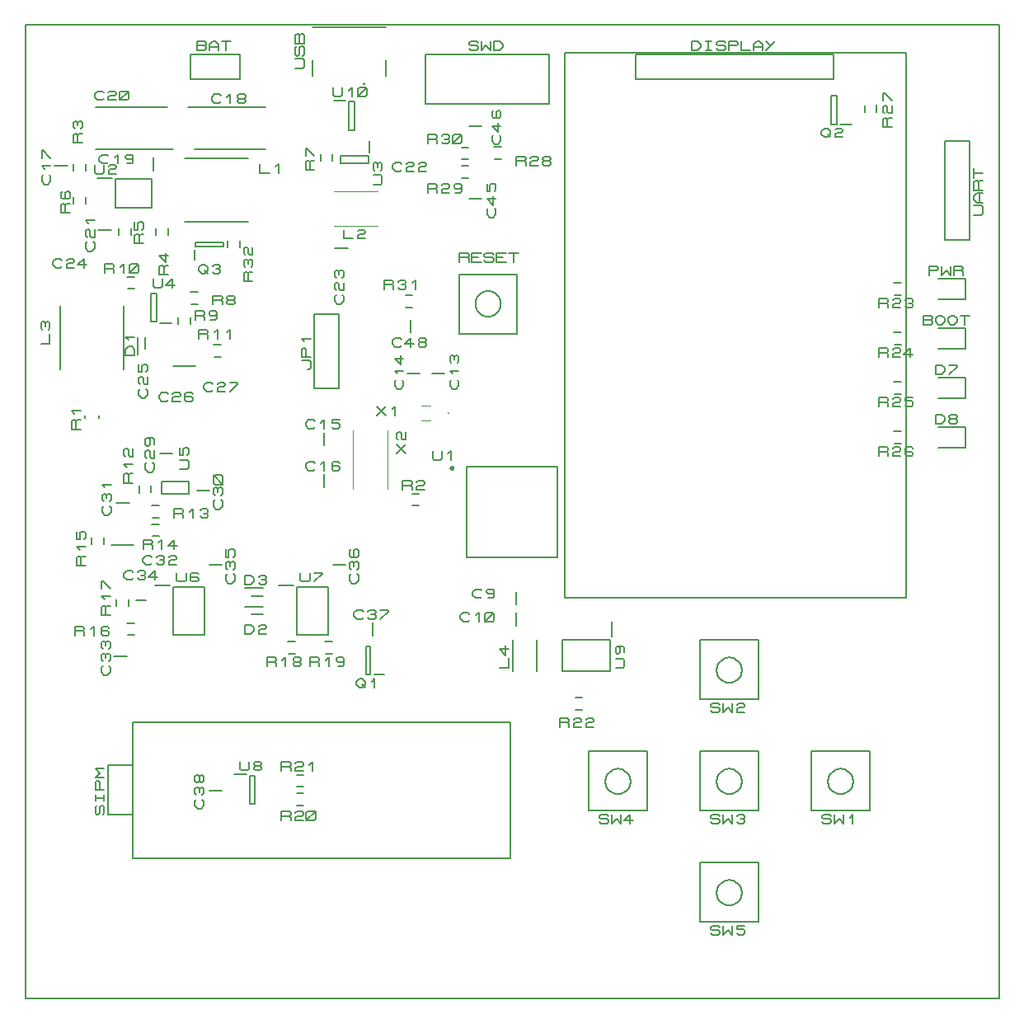
<source format=gbr>
G04 PROTEUS RS274X GERBER FILE*
%FSLAX45Y45*%
%MOMM*%
G01*
%ADD50C,0.203200*%
%ADD51C,0.200000*%
%ADD11C,0.250000*%
%ADD52C,0.100000*%
D50*
X-5000000Y-5000000D02*
X+5000000Y-5000000D01*
X+5000000Y+5000000D01*
X-5000000Y+5000000D01*
X-5000000Y-5000000D01*
D51*
X-465000Y-465000D02*
X+465000Y-465000D01*
X+465000Y+465000D01*
X-465000Y+465000D01*
X-465000Y-465000D01*
D11*
X-610000Y+450000D02*
X-610043Y+451039D01*
X-610395Y+453118D01*
X-611132Y+455197D01*
X-612336Y+457276D01*
X-614177Y+459326D01*
X-616256Y+460829D01*
X-618335Y+461786D01*
X-620414Y+462325D01*
X-622493Y+462500D01*
X-622500Y+462500D01*
X-635000Y+450000D02*
X-634957Y+451039D01*
X-634605Y+453118D01*
X-633868Y+455197D01*
X-632664Y+457276D01*
X-630823Y+459326D01*
X-628744Y+460829D01*
X-626665Y+461786D01*
X-624586Y+462325D01*
X-622507Y+462500D01*
X-622500Y+462500D01*
X-635000Y+450000D02*
X-634957Y+448961D01*
X-634605Y+446882D01*
X-633868Y+444803D01*
X-632664Y+442724D01*
X-630823Y+440674D01*
X-628744Y+439171D01*
X-626665Y+438214D01*
X-624586Y+437675D01*
X-622507Y+437500D01*
X-622500Y+437500D01*
X-610000Y+450000D02*
X-610043Y+448961D01*
X-610395Y+446882D01*
X-611132Y+444803D01*
X-612336Y+442724D01*
X-614177Y+440674D01*
X-616256Y+439171D01*
X-618335Y+438214D01*
X-620414Y+437675D01*
X-622493Y+437500D01*
X-622500Y+437500D01*
D50*
X-819497Y+624853D02*
X-819497Y+548653D01*
X-803622Y+533413D01*
X-740122Y+533413D01*
X-724247Y+548653D01*
X-724247Y+624853D01*
X-660747Y+594373D02*
X-628997Y+624853D01*
X-628997Y+533413D01*
D51*
X-4074500Y+3120000D02*
X-3704500Y+3120000D01*
X-3704500Y+3420000D01*
X-4074500Y+3420000D01*
X-4074500Y+3120000D01*
X-4259500Y+3425000D02*
X-4109500Y+3425000D01*
D50*
X-4289550Y+3563270D02*
X-4289550Y+3487070D01*
X-4273675Y+3471830D01*
X-4210175Y+3471830D01*
X-4194300Y+3487070D01*
X-4194300Y+3563270D01*
X-4146675Y+3548030D02*
X-4130800Y+3563270D01*
X-4083175Y+3563270D01*
X-4067300Y+3548030D01*
X-4067300Y+3532790D01*
X-4083175Y+3517550D01*
X-4130800Y+3517550D01*
X-4146675Y+3502310D01*
X-4146675Y+3471830D01*
X-4067300Y+3471830D01*
D51*
X-1765000Y+3578500D02*
X-1473000Y+3578500D01*
X-1473000Y+3654500D01*
X-1765000Y+3654500D01*
X-1765000Y+3578500D01*
X-1469000Y+3804500D02*
X-1469000Y+3688500D01*
D50*
X-1428520Y+3362500D02*
X-1352320Y+3362500D01*
X-1337080Y+3378375D01*
X-1337080Y+3441875D01*
X-1352320Y+3457750D01*
X-1428520Y+3457750D01*
X-1413280Y+3505375D02*
X-1428520Y+3521250D01*
X-1428520Y+3568875D01*
X-1413280Y+3584750D01*
X-1398040Y+3584750D01*
X-1382800Y+3568875D01*
X-1367560Y+3584750D01*
X-1352320Y+3584750D01*
X-1337080Y+3568875D01*
X-1337080Y+3521250D01*
X-1352320Y+3505375D01*
X-1382800Y+3537125D02*
X-1382800Y+3568875D01*
D51*
X-3715000Y+1949500D02*
X-3655000Y+1949500D01*
X-3655000Y+2241500D01*
X-3715000Y+2241500D01*
X-3715000Y+1949500D01*
X-3500000Y+1935500D02*
X-3620000Y+1935500D01*
D50*
X-3685000Y+2390320D02*
X-3685000Y+2314120D01*
X-3669125Y+2298880D01*
X-3605625Y+2298880D01*
X-3589750Y+2314120D01*
X-3589750Y+2390320D01*
X-3462750Y+2329360D02*
X-3558000Y+2329360D01*
X-3494500Y+2390320D01*
X-3494500Y+2298880D01*
X-3597910Y+181610D02*
X-3318510Y+181610D01*
X-3318510Y+308610D01*
X-3597910Y+308610D01*
X-3597910Y+181610D01*
X-3412490Y+436880D02*
X-3336290Y+436880D01*
X-3321050Y+452755D01*
X-3321050Y+516255D01*
X-3336290Y+532130D01*
X-3412490Y+532130D01*
X-3412490Y+659130D02*
X-3412490Y+579755D01*
X-3382010Y+579755D01*
X-3382010Y+643255D01*
X-3366770Y+659130D01*
X-3336290Y+659130D01*
X-3321050Y+643255D01*
X-3321050Y+595630D01*
X-3336290Y+579755D01*
D51*
X-3479000Y-1261000D02*
X-3159000Y-1261000D01*
X-3159000Y-771000D01*
X-3479000Y-771000D01*
X-3479000Y-1261000D01*
X-3667000Y-758000D02*
X-3514000Y-758000D01*
D50*
X-3446000Y-626080D02*
X-3446000Y-702280D01*
X-3430125Y-717520D01*
X-3366625Y-717520D01*
X-3350750Y-702280D01*
X-3350750Y-626080D01*
X-3223750Y-641320D02*
X-3239625Y-626080D01*
X-3287250Y-626080D01*
X-3303125Y-641320D01*
X-3303125Y-702280D01*
X-3287250Y-717520D01*
X-3239625Y-717520D01*
X-3223750Y-702280D01*
X-3223750Y-687040D01*
X-3239625Y-671800D01*
X-3303125Y-671800D01*
D51*
X-2209000Y-1261000D02*
X-1889000Y-1261000D01*
X-1889000Y-771000D01*
X-2209000Y-771000D01*
X-2209000Y-1261000D01*
X-2397000Y-758000D02*
X-2244000Y-758000D01*
D50*
X-2176000Y-626080D02*
X-2176000Y-702280D01*
X-2160125Y-717520D01*
X-2096625Y-717520D01*
X-2080750Y-702280D01*
X-2080750Y-626080D01*
X-2033125Y-626080D02*
X-1953750Y-626080D01*
X-1953750Y-641320D01*
X-2033125Y-717520D01*
D51*
X-2697000Y-3002500D02*
X-2641000Y-3002500D01*
X-2641000Y-2712500D01*
X-2697000Y-2712500D01*
X-2697000Y-3002500D01*
X-2857000Y-2697500D02*
X-2731000Y-2697500D01*
D50*
X-2796000Y-2565580D02*
X-2796000Y-2641780D01*
X-2780125Y-2657020D01*
X-2716625Y-2657020D01*
X-2700750Y-2641780D01*
X-2700750Y-2565580D01*
X-2637250Y-2611300D02*
X-2653125Y-2596060D01*
X-2653125Y-2580820D01*
X-2637250Y-2565580D01*
X-2589625Y-2565580D01*
X-2573750Y-2580820D01*
X-2573750Y-2596060D01*
X-2589625Y-2611300D01*
X-2637250Y-2611300D01*
X-2653125Y-2626540D01*
X-2653125Y-2641780D01*
X-2637250Y-2657020D01*
X-2589625Y-2657020D01*
X-2573750Y-2641780D01*
X-2573750Y-2626540D01*
X-2589625Y-2611300D01*
D51*
X+517000Y-1637500D02*
X+1007000Y-1637500D01*
X+1007000Y-1317500D01*
X+517000Y-1317500D01*
X+517000Y-1637500D01*
X+1020000Y-1129500D02*
X+1020000Y-1282500D01*
D50*
X+1060480Y-1604500D02*
X+1136680Y-1604500D01*
X+1151920Y-1588625D01*
X+1151920Y-1525125D01*
X+1136680Y-1509250D01*
X+1060480Y-1509250D01*
X+1090960Y-1382250D02*
X+1106200Y-1398125D01*
X+1106200Y-1445750D01*
X+1090960Y-1461625D01*
X+1075720Y-1461625D01*
X+1060480Y-1445750D01*
X+1060480Y-1398125D01*
X+1075720Y-1382250D01*
X+1136680Y-1382250D01*
X+1151920Y-1398125D01*
X+1151920Y-1445750D01*
D51*
X-1679000Y+3918000D02*
X-1619000Y+3918000D01*
X-1619000Y+4210000D01*
X-1679000Y+4210000D01*
X-1679000Y+3918000D01*
X-1834000Y+4224000D02*
X-1714000Y+4224000D01*
D50*
X-1839500Y+4355920D02*
X-1839500Y+4279720D01*
X-1823625Y+4264480D01*
X-1760125Y+4264480D01*
X-1744250Y+4279720D01*
X-1744250Y+4355920D01*
X-1680750Y+4325440D02*
X-1649000Y+4355920D01*
X-1649000Y+4264480D01*
X-1585500Y+4279720D02*
X-1585500Y+4340680D01*
X-1569625Y+4355920D01*
X-1506125Y+4355920D01*
X-1490250Y+4340680D01*
X-1490250Y+4279720D01*
X-1506125Y+4264480D01*
X-1569625Y+4264480D01*
X-1585500Y+4279720D01*
X-1585500Y+4264480D02*
X-1490250Y+4355920D01*
D51*
X-2052500Y+4977500D02*
X-1302500Y+4977500D01*
X-1302500Y+4477500D02*
X-1302500Y+4640500D01*
X-2052500Y+4477500D02*
X-2052500Y+4640500D01*
X-1515500Y+4398500D02*
X-1515516Y+4398874D01*
X-1515642Y+4399623D01*
X-1515908Y+4400372D01*
X-1516342Y+4401121D01*
X-1517006Y+4401859D01*
X-1517755Y+4402400D01*
X-1518504Y+4402744D01*
X-1519253Y+4402938D01*
X-1520000Y+4403000D01*
X-1524500Y+4398500D02*
X-1524484Y+4398874D01*
X-1524358Y+4399623D01*
X-1524092Y+4400372D01*
X-1523658Y+4401121D01*
X-1522994Y+4401859D01*
X-1522245Y+4402400D01*
X-1521496Y+4402744D01*
X-1520747Y+4402938D01*
X-1520000Y+4403000D01*
X-1524500Y+4398500D02*
X-1524484Y+4398126D01*
X-1524358Y+4397377D01*
X-1524092Y+4396628D01*
X-1523658Y+4395879D01*
X-1522994Y+4395141D01*
X-1522245Y+4394600D01*
X-1521496Y+4394256D01*
X-1520747Y+4394062D01*
X-1520000Y+4394000D01*
X-1515500Y+4398500D02*
X-1515516Y+4398126D01*
X-1515642Y+4397377D01*
X-1515908Y+4396628D01*
X-1516342Y+4395879D01*
X-1517006Y+4395141D01*
X-1517755Y+4394600D01*
X-1518504Y+4394256D01*
X-1519253Y+4394062D01*
X-1520000Y+4394000D01*
D50*
X-2231220Y+4555700D02*
X-2155020Y+4555700D01*
X-2139780Y+4571575D01*
X-2139780Y+4635075D01*
X-2155020Y+4650950D01*
X-2231220Y+4650950D01*
X-2155020Y+4682700D02*
X-2139780Y+4698575D01*
X-2139780Y+4762075D01*
X-2155020Y+4777950D01*
X-2170260Y+4777950D01*
X-2185500Y+4762075D01*
X-2185500Y+4698575D01*
X-2200740Y+4682700D01*
X-2215980Y+4682700D01*
X-2231220Y+4698575D01*
X-2231220Y+4762075D01*
X-2215980Y+4777950D01*
X-2139780Y+4809700D02*
X-2231220Y+4809700D01*
X-2231220Y+4889075D01*
X-2215980Y+4904950D01*
X-2200740Y+4904950D01*
X-2185500Y+4889075D01*
X-2170260Y+4904950D01*
X-2155020Y+4904950D01*
X-2139780Y+4889075D01*
X-2139780Y+4809700D01*
X-2185500Y+4809700D02*
X-2185500Y+4889075D01*
X-889000Y+4191000D02*
X+381000Y+4191000D01*
X+381000Y+4699000D01*
X-889000Y+4699000D01*
X-889000Y+4191000D01*
X-444500Y+4754880D02*
X-428625Y+4739640D01*
X-365125Y+4739640D01*
X-349250Y+4754880D01*
X-349250Y+4770120D01*
X-365125Y+4785360D01*
X-428625Y+4785360D01*
X-444500Y+4800600D01*
X-444500Y+4815840D01*
X-428625Y+4831080D01*
X-365125Y+4831080D01*
X-349250Y+4815840D01*
X-317500Y+4831080D02*
X-317500Y+4739640D01*
X-269875Y+4785360D01*
X-222250Y+4739640D01*
X-222250Y+4831080D01*
X-190500Y+4739640D02*
X-190500Y+4831080D01*
X-127000Y+4831080D01*
X-95250Y+4800600D01*
X-95250Y+4770120D01*
X-127000Y+4739640D01*
X-190500Y+4739640D01*
D51*
X-3851000Y+1610000D02*
X-3851000Y+1792000D01*
X-3769000Y+1672000D02*
X-3769000Y+1792000D01*
D50*
X-3878780Y+1605000D02*
X-3970220Y+1605000D01*
X-3970220Y+1668500D01*
X-3939740Y+1700250D01*
X-3909260Y+1700250D01*
X-3878780Y+1668500D01*
X-3878780Y+1605000D01*
X-3939740Y+1763750D02*
X-3970220Y+1795500D01*
X-3878780Y+1795500D01*
D51*
X-2743000Y-975000D02*
X-2561000Y-975000D01*
X-2681000Y-1057000D02*
X-2561000Y-1057000D01*
D50*
X-2748000Y-1252020D02*
X-2748000Y-1160580D01*
X-2684500Y-1160580D01*
X-2652750Y-1191060D01*
X-2652750Y-1221540D01*
X-2684500Y-1252020D01*
X-2748000Y-1252020D01*
X-2605125Y-1175820D02*
X-2589250Y-1160580D01*
X-2541625Y-1160580D01*
X-2525750Y-1175820D01*
X-2525750Y-1191060D01*
X-2541625Y-1206300D01*
X-2589250Y-1206300D01*
X-2605125Y-1221540D01*
X-2605125Y-1252020D01*
X-2525750Y-1252020D01*
D51*
X-2743000Y-784500D02*
X-2561000Y-784500D01*
X-2681000Y-866500D02*
X-2561000Y-866500D01*
D50*
X-2748000Y-744020D02*
X-2748000Y-652580D01*
X-2684500Y-652580D01*
X-2652750Y-683060D01*
X-2652750Y-713540D01*
X-2684500Y-744020D01*
X-2748000Y-744020D01*
X-2605125Y-667820D02*
X-2589250Y-652580D01*
X-2541625Y-652580D01*
X-2525750Y-667820D01*
X-2525750Y-683060D01*
X-2541625Y-698300D01*
X-2525750Y-713540D01*
X-2525750Y-728780D01*
X-2541625Y-744020D01*
X-2589250Y-744020D01*
X-2605125Y-728780D01*
X-2573375Y-698300D02*
X-2541625Y-698300D01*
D51*
X-3360500Y+2977000D02*
X-2710500Y+2977000D01*
X-2710500Y+3627000D02*
X-3360500Y+3627000D01*
D50*
X-2591000Y+3571520D02*
X-2591000Y+3480080D01*
X-2495750Y+3480080D01*
X-2432250Y+3541040D02*
X-2400500Y+3571520D01*
X-2400500Y+3480080D01*
D52*
X-1380000Y+2931500D02*
X-1830000Y+2931500D01*
X-1380000Y+3291500D02*
X-1830000Y+3291500D01*
D50*
X-1732000Y+2896020D02*
X-1732000Y+2804580D01*
X-1636750Y+2804580D01*
X-1589125Y+2880780D02*
X-1573250Y+2896020D01*
X-1525625Y+2896020D01*
X-1509750Y+2880780D01*
X-1509750Y+2865540D01*
X-1525625Y+2850300D01*
X-1573250Y+2850300D01*
X-1589125Y+2835060D01*
X-1589125Y+2804580D01*
X-1509750Y+2804580D01*
D51*
X-3993000Y+1465500D02*
X-3993000Y+2115500D01*
X-4643000Y+2115500D02*
X-4643000Y+1465500D01*
D50*
X-4841520Y+1727000D02*
X-4750080Y+1727000D01*
X-4750080Y+1822250D01*
X-4826280Y+1869875D02*
X-4841520Y+1885750D01*
X-4841520Y+1933375D01*
X-4826280Y+1949250D01*
X-4811040Y+1949250D01*
X-4795800Y+1933375D01*
X-4780560Y+1949250D01*
X-4765320Y+1949250D01*
X-4750080Y+1933375D01*
X-4750080Y+1885750D01*
X-4765320Y+1869875D01*
X-4795800Y+1901625D02*
X-4795800Y+1933375D01*
D51*
X+2000Y-1313500D02*
X+2000Y-1633500D01*
X+252000Y-1633500D02*
X+252000Y-1313500D01*
D50*
X-129920Y-1600500D02*
X-38480Y-1600500D01*
X-38480Y-1505250D01*
X-68960Y-1378250D02*
X-68960Y-1473500D01*
X-129920Y-1410000D01*
X-38480Y-1410000D01*
D51*
X-1499500Y-1669000D02*
X-1455500Y-1669000D01*
X-1455500Y-1379000D01*
X-1499500Y-1379000D01*
X-1499500Y-1669000D01*
X-1315500Y-1674000D02*
X-1419500Y-1674000D01*
D50*
X-1604500Y-1744960D02*
X-1572750Y-1714480D01*
X-1541000Y-1714480D01*
X-1509250Y-1744960D01*
X-1509250Y-1775440D01*
X-1541000Y-1805920D01*
X-1572750Y-1805920D01*
X-1604500Y-1775440D01*
X-1604500Y-1744960D01*
X-1541000Y-1775440D02*
X-1509250Y-1805920D01*
X-1445750Y-1744960D02*
X-1414000Y-1714480D01*
X-1414000Y-1805920D01*
D51*
X+3270000Y+3979500D02*
X+3330000Y+3979500D01*
X+3330000Y+4275500D01*
X+3270000Y+4275500D01*
X+3270000Y+3979500D01*
X+3485000Y+3977500D02*
X+3365000Y+3977500D01*
D50*
X+3173000Y+3906540D02*
X+3204750Y+3937020D01*
X+3236500Y+3937020D01*
X+3268250Y+3906540D01*
X+3268250Y+3876060D01*
X+3236500Y+3845580D01*
X+3204750Y+3845580D01*
X+3173000Y+3876060D01*
X+3173000Y+3906540D01*
X+3236500Y+3876060D02*
X+3268250Y+3845580D01*
X+3315875Y+3921780D02*
X+3331750Y+3937020D01*
X+3379375Y+3937020D01*
X+3395250Y+3921780D01*
X+3395250Y+3906540D01*
X+3379375Y+3891300D01*
X+3331750Y+3891300D01*
X+3315875Y+3876060D01*
X+3315875Y+3845580D01*
X+3395250Y+3845580D01*
D51*
X-3256500Y+2725500D02*
X-2966500Y+2725500D01*
X-2966500Y+2769500D01*
X-3256500Y+2769500D01*
X-3256500Y+2725500D01*
X-3261500Y+2585500D02*
X-3261500Y+2689500D01*
D50*
X-3220700Y+2508740D02*
X-3188950Y+2539220D01*
X-3157200Y+2539220D01*
X-3125450Y+2508740D01*
X-3125450Y+2478260D01*
X-3157200Y+2447780D01*
X-3188950Y+2447780D01*
X-3220700Y+2478260D01*
X-3220700Y+2508740D01*
X-3157200Y+2478260D02*
X-3125450Y+2447780D01*
X-3077825Y+2523980D02*
X-3061950Y+2539220D01*
X-3014325Y+2539220D01*
X-2998450Y+2523980D01*
X-2998450Y+2508740D01*
X-3014325Y+2493500D01*
X-2998450Y+2478260D01*
X-2998450Y+2463020D01*
X-3014325Y+2447780D01*
X-3061950Y+2447780D01*
X-3077825Y+2463020D01*
X-3046075Y+2493500D02*
X-3014325Y+2493500D01*
X+3071000Y-3070000D02*
X+3671000Y-3070000D01*
X+3671000Y-2460000D01*
X+3071000Y-2460000D01*
X+3071000Y-3070000D01*
X+3501000Y-2770000D02*
X+3500563Y-2759349D01*
X+3497012Y-2738046D01*
X+3489590Y-2716743D01*
X+3477493Y-2695440D01*
X+3458985Y-2674299D01*
X+3437682Y-2658405D01*
X+3416379Y-2648177D01*
X+3395076Y-2642249D01*
X+3373773Y-2640030D01*
X+3371000Y-2640000D01*
X+3241000Y-2770000D02*
X+3241437Y-2759349D01*
X+3244988Y-2738046D01*
X+3252410Y-2716743D01*
X+3264507Y-2695440D01*
X+3283015Y-2674299D01*
X+3304318Y-2658405D01*
X+3325621Y-2648177D01*
X+3346924Y-2642249D01*
X+3368227Y-2640030D01*
X+3371000Y-2640000D01*
X+3241000Y-2770000D02*
X+3241437Y-2780651D01*
X+3244988Y-2801954D01*
X+3252410Y-2823257D01*
X+3264507Y-2844560D01*
X+3283015Y-2865701D01*
X+3304318Y-2881595D01*
X+3325621Y-2891823D01*
X+3346924Y-2897751D01*
X+3368227Y-2899970D01*
X+3371000Y-2900000D01*
X+3501000Y-2770000D02*
X+3500563Y-2780651D01*
X+3497012Y-2801954D01*
X+3489590Y-2823257D01*
X+3477493Y-2844560D01*
X+3458985Y-2865701D01*
X+3437682Y-2881595D01*
X+3416379Y-2891823D01*
X+3395076Y-2897751D01*
X+3373773Y-2899970D01*
X+3371000Y-2900000D01*
X+3180500Y-3186840D02*
X+3196375Y-3202080D01*
X+3259875Y-3202080D01*
X+3275750Y-3186840D01*
X+3275750Y-3171600D01*
X+3259875Y-3156360D01*
X+3196375Y-3156360D01*
X+3180500Y-3141120D01*
X+3180500Y-3125880D01*
X+3196375Y-3110640D01*
X+3259875Y-3110640D01*
X+3275750Y-3125880D01*
X+3307500Y-3110640D02*
X+3307500Y-3202080D01*
X+3355125Y-3156360D01*
X+3402750Y-3202080D01*
X+3402750Y-3110640D01*
X+3466250Y-3141120D02*
X+3498000Y-3110640D01*
X+3498000Y-3202080D01*
X+1928000Y-1927000D02*
X+2528000Y-1927000D01*
X+2528000Y-1317000D01*
X+1928000Y-1317000D01*
X+1928000Y-1927000D01*
X+2358000Y-1627000D02*
X+2357563Y-1616349D01*
X+2354012Y-1595046D01*
X+2346590Y-1573743D01*
X+2334493Y-1552440D01*
X+2315985Y-1531299D01*
X+2294682Y-1515405D01*
X+2273379Y-1505177D01*
X+2252076Y-1499249D01*
X+2230773Y-1497030D01*
X+2228000Y-1497000D01*
X+2098000Y-1627000D02*
X+2098437Y-1616349D01*
X+2101988Y-1595046D01*
X+2109410Y-1573743D01*
X+2121507Y-1552440D01*
X+2140015Y-1531299D01*
X+2161318Y-1515405D01*
X+2182621Y-1505177D01*
X+2203924Y-1499249D01*
X+2225227Y-1497030D01*
X+2228000Y-1497000D01*
X+2098000Y-1627000D02*
X+2098437Y-1637651D01*
X+2101988Y-1658954D01*
X+2109410Y-1680257D01*
X+2121507Y-1701560D01*
X+2140015Y-1722701D01*
X+2161318Y-1738595D01*
X+2182621Y-1748823D01*
X+2203924Y-1754751D01*
X+2225227Y-1756970D01*
X+2228000Y-1757000D01*
X+2358000Y-1627000D02*
X+2357563Y-1637651D01*
X+2354012Y-1658954D01*
X+2346590Y-1680257D01*
X+2334493Y-1701560D01*
X+2315985Y-1722701D01*
X+2294682Y-1738595D01*
X+2273379Y-1748823D01*
X+2252076Y-1754751D01*
X+2230773Y-1756970D01*
X+2228000Y-1757000D01*
X+2037500Y-2043840D02*
X+2053375Y-2059080D01*
X+2116875Y-2059080D01*
X+2132750Y-2043840D01*
X+2132750Y-2028600D01*
X+2116875Y-2013360D01*
X+2053375Y-2013360D01*
X+2037500Y-1998120D01*
X+2037500Y-1982880D01*
X+2053375Y-1967640D01*
X+2116875Y-1967640D01*
X+2132750Y-1982880D01*
X+2164500Y-1967640D02*
X+2164500Y-2059080D01*
X+2212125Y-2013360D01*
X+2259750Y-2059080D01*
X+2259750Y-1967640D01*
X+2307375Y-1982880D02*
X+2323250Y-1967640D01*
X+2370875Y-1967640D01*
X+2386750Y-1982880D01*
X+2386750Y-1998120D01*
X+2370875Y-2013360D01*
X+2323250Y-2013360D01*
X+2307375Y-2028600D01*
X+2307375Y-2059080D01*
X+2386750Y-2059080D01*
X+1928000Y-3070000D02*
X+2528000Y-3070000D01*
X+2528000Y-2460000D01*
X+1928000Y-2460000D01*
X+1928000Y-3070000D01*
X+2358000Y-2770000D02*
X+2357563Y-2759349D01*
X+2354012Y-2738046D01*
X+2346590Y-2716743D01*
X+2334493Y-2695440D01*
X+2315985Y-2674299D01*
X+2294682Y-2658405D01*
X+2273379Y-2648177D01*
X+2252076Y-2642249D01*
X+2230773Y-2640030D01*
X+2228000Y-2640000D01*
X+2098000Y-2770000D02*
X+2098437Y-2759349D01*
X+2101988Y-2738046D01*
X+2109410Y-2716743D01*
X+2121507Y-2695440D01*
X+2140015Y-2674299D01*
X+2161318Y-2658405D01*
X+2182621Y-2648177D01*
X+2203924Y-2642249D01*
X+2225227Y-2640030D01*
X+2228000Y-2640000D01*
X+2098000Y-2770000D02*
X+2098437Y-2780651D01*
X+2101988Y-2801954D01*
X+2109410Y-2823257D01*
X+2121507Y-2844560D01*
X+2140015Y-2865701D01*
X+2161318Y-2881595D01*
X+2182621Y-2891823D01*
X+2203924Y-2897751D01*
X+2225227Y-2899970D01*
X+2228000Y-2900000D01*
X+2358000Y-2770000D02*
X+2357563Y-2780651D01*
X+2354012Y-2801954D01*
X+2346590Y-2823257D01*
X+2334493Y-2844560D01*
X+2315985Y-2865701D01*
X+2294682Y-2881595D01*
X+2273379Y-2891823D01*
X+2252076Y-2897751D01*
X+2230773Y-2899970D01*
X+2228000Y-2900000D01*
X+2037500Y-3186840D02*
X+2053375Y-3202080D01*
X+2116875Y-3202080D01*
X+2132750Y-3186840D01*
X+2132750Y-3171600D01*
X+2116875Y-3156360D01*
X+2053375Y-3156360D01*
X+2037500Y-3141120D01*
X+2037500Y-3125880D01*
X+2053375Y-3110640D01*
X+2116875Y-3110640D01*
X+2132750Y-3125880D01*
X+2164500Y-3110640D02*
X+2164500Y-3202080D01*
X+2212125Y-3156360D01*
X+2259750Y-3202080D01*
X+2259750Y-3110640D01*
X+2307375Y-3125880D02*
X+2323250Y-3110640D01*
X+2370875Y-3110640D01*
X+2386750Y-3125880D01*
X+2386750Y-3141120D01*
X+2370875Y-3156360D01*
X+2386750Y-3171600D01*
X+2386750Y-3186840D01*
X+2370875Y-3202080D01*
X+2323250Y-3202080D01*
X+2307375Y-3186840D01*
X+2339125Y-3156360D02*
X+2370875Y-3156360D01*
X+785000Y-3070000D02*
X+1385000Y-3070000D01*
X+1385000Y-2460000D01*
X+785000Y-2460000D01*
X+785000Y-3070000D01*
X+1215000Y-2770000D02*
X+1214563Y-2759349D01*
X+1211012Y-2738046D01*
X+1203590Y-2716743D01*
X+1191493Y-2695440D01*
X+1172985Y-2674299D01*
X+1151682Y-2658405D01*
X+1130379Y-2648177D01*
X+1109076Y-2642249D01*
X+1087773Y-2640030D01*
X+1085000Y-2640000D01*
X+955000Y-2770000D02*
X+955437Y-2759349D01*
X+958988Y-2738046D01*
X+966410Y-2716743D01*
X+978507Y-2695440D01*
X+997015Y-2674299D01*
X+1018318Y-2658405D01*
X+1039621Y-2648177D01*
X+1060924Y-2642249D01*
X+1082227Y-2640030D01*
X+1085000Y-2640000D01*
X+955000Y-2770000D02*
X+955437Y-2780651D01*
X+958988Y-2801954D01*
X+966410Y-2823257D01*
X+978507Y-2844560D01*
X+997015Y-2865701D01*
X+1018318Y-2881595D01*
X+1039621Y-2891823D01*
X+1060924Y-2897751D01*
X+1082227Y-2899970D01*
X+1085000Y-2900000D01*
X+1215000Y-2770000D02*
X+1214563Y-2780651D01*
X+1211012Y-2801954D01*
X+1203590Y-2823257D01*
X+1191493Y-2844560D01*
X+1172985Y-2865701D01*
X+1151682Y-2881595D01*
X+1130379Y-2891823D01*
X+1109076Y-2897751D01*
X+1087773Y-2899970D01*
X+1085000Y-2900000D01*
X+894500Y-3186840D02*
X+910375Y-3202080D01*
X+973875Y-3202080D01*
X+989750Y-3186840D01*
X+989750Y-3171600D01*
X+973875Y-3156360D01*
X+910375Y-3156360D01*
X+894500Y-3141120D01*
X+894500Y-3125880D01*
X+910375Y-3110640D01*
X+973875Y-3110640D01*
X+989750Y-3125880D01*
X+1021500Y-3110640D02*
X+1021500Y-3202080D01*
X+1069125Y-3156360D01*
X+1116750Y-3202080D01*
X+1116750Y-3110640D01*
X+1243750Y-3171600D02*
X+1148500Y-3171600D01*
X+1212000Y-3110640D01*
X+1212000Y-3202080D01*
X+1928000Y-4213000D02*
X+2528000Y-4213000D01*
X+2528000Y-3603000D01*
X+1928000Y-3603000D01*
X+1928000Y-4213000D01*
X+2358000Y-3913000D02*
X+2357563Y-3902349D01*
X+2354012Y-3881046D01*
X+2346590Y-3859743D01*
X+2334493Y-3838440D01*
X+2315985Y-3817299D01*
X+2294682Y-3801405D01*
X+2273379Y-3791177D01*
X+2252076Y-3785249D01*
X+2230773Y-3783030D01*
X+2228000Y-3783000D01*
X+2098000Y-3913000D02*
X+2098437Y-3902349D01*
X+2101988Y-3881046D01*
X+2109410Y-3859743D01*
X+2121507Y-3838440D01*
X+2140015Y-3817299D01*
X+2161318Y-3801405D01*
X+2182621Y-3791177D01*
X+2203924Y-3785249D01*
X+2225227Y-3783030D01*
X+2228000Y-3783000D01*
X+2098000Y-3913000D02*
X+2098437Y-3923651D01*
X+2101988Y-3944954D01*
X+2109410Y-3966257D01*
X+2121507Y-3987560D01*
X+2140015Y-4008701D01*
X+2161318Y-4024595D01*
X+2182621Y-4034823D01*
X+2203924Y-4040751D01*
X+2225227Y-4042970D01*
X+2228000Y-4043000D01*
X+2358000Y-3913000D02*
X+2357563Y-3923651D01*
X+2354012Y-3944954D01*
X+2346590Y-3966257D01*
X+2334493Y-3987560D01*
X+2315985Y-4008701D01*
X+2294682Y-4024595D01*
X+2273379Y-4034823D01*
X+2252076Y-4040751D01*
X+2230773Y-4042970D01*
X+2228000Y-4043000D01*
X+2037500Y-4329840D02*
X+2053375Y-4345080D01*
X+2116875Y-4345080D01*
X+2132750Y-4329840D01*
X+2132750Y-4314600D01*
X+2116875Y-4299360D01*
X+2053375Y-4299360D01*
X+2037500Y-4284120D01*
X+2037500Y-4268880D01*
X+2053375Y-4253640D01*
X+2116875Y-4253640D01*
X+2132750Y-4268880D01*
X+2164500Y-4253640D02*
X+2164500Y-4345080D01*
X+2212125Y-4299360D01*
X+2259750Y-4345080D01*
X+2259750Y-4253640D01*
X+2386750Y-4253640D02*
X+2307375Y-4253640D01*
X+2307375Y-4284120D01*
X+2370875Y-4284120D01*
X+2386750Y-4299360D01*
X+2386750Y-4329840D01*
X+2370875Y-4345080D01*
X+2323250Y-4345080D01*
X+2307375Y-4329840D01*
X-548500Y+1825000D02*
X+51500Y+1825000D01*
X+51500Y+2435000D01*
X-548500Y+2435000D01*
X-548500Y+1825000D01*
X-118500Y+2135000D02*
X-118937Y+2145651D01*
X-122488Y+2166954D01*
X-129910Y+2188257D01*
X-142007Y+2209560D01*
X-160515Y+2230701D01*
X-181818Y+2246595D01*
X-203121Y+2256823D01*
X-224424Y+2262751D01*
X-245727Y+2264970D01*
X-248500Y+2265000D01*
X-378500Y+2135000D02*
X-378063Y+2145651D01*
X-374512Y+2166954D01*
X-367090Y+2188257D01*
X-354993Y+2209560D01*
X-336485Y+2230701D01*
X-315182Y+2246595D01*
X-293879Y+2256823D01*
X-272576Y+2262751D01*
X-251273Y+2264970D01*
X-248500Y+2265000D01*
X-378500Y+2135000D02*
X-378063Y+2124349D01*
X-374512Y+2103046D01*
X-367090Y+2081743D01*
X-354993Y+2060440D01*
X-336485Y+2039299D01*
X-315182Y+2023405D01*
X-293879Y+2013177D01*
X-272576Y+2007249D01*
X-251273Y+2005030D01*
X-248500Y+2005000D01*
X-118500Y+2135000D02*
X-118937Y+2124349D01*
X-122488Y+2103046D01*
X-129910Y+2081743D01*
X-142007Y+2060440D01*
X-160515Y+2039299D01*
X-181818Y+2023405D01*
X-203121Y+2013177D01*
X-224424Y+2007249D01*
X-245727Y+2005030D01*
X-248500Y+2005000D01*
X-540600Y+2564540D02*
X-540600Y+2655980D01*
X-461225Y+2655980D01*
X-445350Y+2640740D01*
X-445350Y+2625500D01*
X-461225Y+2610260D01*
X-540600Y+2610260D01*
X-461225Y+2610260D02*
X-445350Y+2595020D01*
X-445350Y+2564540D01*
X-318350Y+2564540D02*
X-413600Y+2564540D01*
X-413600Y+2655980D01*
X-318350Y+2655980D01*
X-413600Y+2610260D02*
X-350100Y+2610260D01*
X-286600Y+2579780D02*
X-270725Y+2564540D01*
X-207225Y+2564540D01*
X-191350Y+2579780D01*
X-191350Y+2595020D01*
X-207225Y+2610260D01*
X-270725Y+2610260D01*
X-286600Y+2625500D01*
X-286600Y+2640740D01*
X-270725Y+2655980D01*
X-207225Y+2655980D01*
X-191350Y+2640740D01*
X-64350Y+2564540D02*
X-159600Y+2564540D01*
X-159600Y+2655980D01*
X-64350Y+2655980D01*
X-159600Y+2610260D02*
X-96100Y+2610260D01*
X-32600Y+2655980D02*
X+62650Y+2655980D01*
X+15025Y+2655980D02*
X+15025Y+2564540D01*
X+1270000Y+4445000D02*
X+3302000Y+4445000D01*
X+3302000Y+4699000D01*
X+1270000Y+4699000D01*
X+1270000Y+4445000D01*
X+1841500Y+4739640D02*
X+1841500Y+4831080D01*
X+1905000Y+4831080D01*
X+1936750Y+4800600D01*
X+1936750Y+4770120D01*
X+1905000Y+4739640D01*
X+1841500Y+4739640D01*
X+1984375Y+4831080D02*
X+2047875Y+4831080D01*
X+2016125Y+4831080D02*
X+2016125Y+4739640D01*
X+1984375Y+4739640D02*
X+2047875Y+4739640D01*
X+2095500Y+4754880D02*
X+2111375Y+4739640D01*
X+2174875Y+4739640D01*
X+2190750Y+4754880D01*
X+2190750Y+4770120D01*
X+2174875Y+4785360D01*
X+2111375Y+4785360D01*
X+2095500Y+4800600D01*
X+2095500Y+4815840D01*
X+2111375Y+4831080D01*
X+2174875Y+4831080D01*
X+2190750Y+4815840D01*
X+2222500Y+4739640D02*
X+2222500Y+4831080D01*
X+2301875Y+4831080D01*
X+2317750Y+4815840D01*
X+2317750Y+4800600D01*
X+2301875Y+4785360D01*
X+2222500Y+4785360D01*
X+2349500Y+4831080D02*
X+2349500Y+4739640D01*
X+2444750Y+4739640D01*
X+2476500Y+4739640D02*
X+2476500Y+4800600D01*
X+2508250Y+4831080D01*
X+2540000Y+4831080D01*
X+2571750Y+4800600D01*
X+2571750Y+4739640D01*
X+2476500Y+4770120D02*
X+2571750Y+4770120D01*
X+2698750Y+4831080D02*
X+2603500Y+4739640D01*
X+2603500Y+4831080D02*
X+2651125Y+4785360D01*
X+543000Y-884000D02*
X+4043000Y-884000D01*
X+4043000Y+4716000D01*
X+543000Y+4716000D01*
X+543000Y-884000D01*
D51*
X-4700500Y+3552360D02*
X-4570500Y+3552360D01*
D50*
X-4756220Y+3457110D02*
X-4740980Y+3441235D01*
X-4740980Y+3393610D01*
X-4771460Y+3361860D01*
X-4801940Y+3361860D01*
X-4832420Y+3393610D01*
X-4832420Y+3441235D01*
X-4817180Y+3457110D01*
X-4801940Y+3520610D02*
X-4832420Y+3552360D01*
X-4740980Y+3552360D01*
X-4832420Y+3631735D02*
X-4832420Y+3711110D01*
X-4817180Y+3711110D01*
X-4740980Y+3631735D01*
D51*
X-2533500Y+4154500D02*
X-3328500Y+4154500D01*
X-3263500Y+3724500D02*
X-2533500Y+3724500D01*
D50*
X-2993750Y+4210220D02*
X-3009625Y+4194980D01*
X-3057250Y+4194980D01*
X-3089000Y+4225460D01*
X-3089000Y+4255940D01*
X-3057250Y+4286420D01*
X-3009625Y+4286420D01*
X-2993750Y+4271180D01*
X-2930250Y+4255940D02*
X-2898500Y+4286420D01*
X-2898500Y+4194980D01*
X-2803250Y+4240700D02*
X-2819125Y+4255940D01*
X-2819125Y+4271180D01*
X-2803250Y+4286420D01*
X-2755625Y+4286420D01*
X-2739750Y+4271180D01*
X-2739750Y+4255940D01*
X-2755625Y+4240700D01*
X-2803250Y+4240700D01*
X-2819125Y+4225460D01*
X-2819125Y+4210220D01*
X-2803250Y+4194980D01*
X-2755625Y+4194980D01*
X-2739750Y+4210220D01*
X-2739750Y+4225460D01*
X-2755625Y+4240700D01*
D51*
X-3684500Y+3636200D02*
X-3684500Y+3506200D01*
D50*
X-4148050Y+3590320D02*
X-4163925Y+3575080D01*
X-4211550Y+3575080D01*
X-4243300Y+3605560D01*
X-4243300Y+3636040D01*
X-4211550Y+3666520D01*
X-4163925Y+3666520D01*
X-4148050Y+3651280D01*
X-4084550Y+3636040D02*
X-4052800Y+3666520D01*
X-4052800Y+3575080D01*
X-3894050Y+3636040D02*
X-3909925Y+3620800D01*
X-3957550Y+3620800D01*
X-3973425Y+3636040D01*
X-3973425Y+3651280D01*
X-3957550Y+3666520D01*
X-3909925Y+3666520D01*
X-3894050Y+3651280D01*
X-3894050Y+3590320D01*
X-3909925Y+3575080D01*
X-3957550Y+3575080D01*
D51*
X-4274500Y+3724500D02*
X-3479500Y+3724500D01*
X-3544500Y+4154500D02*
X-4274500Y+4154500D01*
D50*
X-4195250Y+4242820D02*
X-4211125Y+4227580D01*
X-4258750Y+4227580D01*
X-4290500Y+4258060D01*
X-4290500Y+4288540D01*
X-4258750Y+4319020D01*
X-4211125Y+4319020D01*
X-4195250Y+4303780D01*
X-4147625Y+4303780D02*
X-4131750Y+4319020D01*
X-4084125Y+4319020D01*
X-4068250Y+4303780D01*
X-4068250Y+4288540D01*
X-4084125Y+4273300D01*
X-4131750Y+4273300D01*
X-4147625Y+4258060D01*
X-4147625Y+4227580D01*
X-4068250Y+4227580D01*
X-4036500Y+4242820D02*
X-4036500Y+4303780D01*
X-4020625Y+4319020D01*
X-3957125Y+4319020D01*
X-3941250Y+4303780D01*
X-3941250Y+4242820D01*
X-3957125Y+4227580D01*
X-4020625Y+4227580D01*
X-4036500Y+4242820D01*
X-4036500Y+4227580D02*
X-3941250Y+4319020D01*
D51*
X-4249500Y+2891500D02*
X-4119500Y+2891500D01*
D50*
X-4305220Y+2770850D02*
X-4289980Y+2754975D01*
X-4289980Y+2707350D01*
X-4320460Y+2675600D01*
X-4350940Y+2675600D01*
X-4381420Y+2707350D01*
X-4381420Y+2754975D01*
X-4366180Y+2770850D01*
X-4366180Y+2818475D02*
X-4381420Y+2834350D01*
X-4381420Y+2881975D01*
X-4366180Y+2897850D01*
X-4350940Y+2897850D01*
X-4335700Y+2881975D01*
X-4335700Y+2834350D01*
X-4320460Y+2818475D01*
X-4289980Y+2818475D01*
X-4289980Y+2897850D01*
X-4350940Y+2961350D02*
X-4381420Y+2993100D01*
X-4289980Y+2993100D01*
X-1135750Y+3512820D02*
X-1151625Y+3497580D01*
X-1199250Y+3497580D01*
X-1231000Y+3528060D01*
X-1231000Y+3558540D01*
X-1199250Y+3589020D01*
X-1151625Y+3589020D01*
X-1135750Y+3573780D01*
X-1088125Y+3573780D02*
X-1072250Y+3589020D01*
X-1024625Y+3589020D01*
X-1008750Y+3573780D01*
X-1008750Y+3558540D01*
X-1024625Y+3543300D01*
X-1072250Y+3543300D01*
X-1088125Y+3528060D01*
X-1088125Y+3497580D01*
X-1008750Y+3497580D01*
X-961125Y+3573780D02*
X-945250Y+3589020D01*
X-897625Y+3589020D01*
X-881750Y+3573780D01*
X-881750Y+3558540D01*
X-897625Y+3543300D01*
X-945250Y+3543300D01*
X-961125Y+3528060D01*
X-961125Y+3497580D01*
X-881750Y+3497580D01*
D51*
X-1820000Y+2704000D02*
X-1690000Y+2704000D01*
D50*
X-1748720Y+2227750D02*
X-1733480Y+2211875D01*
X-1733480Y+2164250D01*
X-1763960Y+2132500D01*
X-1794440Y+2132500D01*
X-1824920Y+2164250D01*
X-1824920Y+2211875D01*
X-1809680Y+2227750D01*
X-1809680Y+2275375D02*
X-1824920Y+2291250D01*
X-1824920Y+2338875D01*
X-1809680Y+2354750D01*
X-1794440Y+2354750D01*
X-1779200Y+2338875D01*
X-1779200Y+2291250D01*
X-1763960Y+2275375D01*
X-1733480Y+2275375D01*
X-1733480Y+2354750D01*
X-1809680Y+2402375D02*
X-1824920Y+2418250D01*
X-1824920Y+2465875D01*
X-1809680Y+2481750D01*
X-1794440Y+2481750D01*
X-1779200Y+2465875D01*
X-1763960Y+2481750D01*
X-1748720Y+2481750D01*
X-1733480Y+2465875D01*
X-1733480Y+2418250D01*
X-1748720Y+2402375D01*
X-1779200Y+2434125D02*
X-1779200Y+2465875D01*
X-4623250Y+2522220D02*
X-4639125Y+2506980D01*
X-4686750Y+2506980D01*
X-4718500Y+2537460D01*
X-4718500Y+2567940D01*
X-4686750Y+2598420D01*
X-4639125Y+2598420D01*
X-4623250Y+2583180D01*
X-4575625Y+2583180D02*
X-4559750Y+2598420D01*
X-4512125Y+2598420D01*
X-4496250Y+2583180D01*
X-4496250Y+2567940D01*
X-4512125Y+2552700D01*
X-4559750Y+2552700D01*
X-4575625Y+2537460D01*
X-4575625Y+2506980D01*
X-4496250Y+2506980D01*
X-4369250Y+2537460D02*
X-4464500Y+2537460D01*
X-4401000Y+2598420D01*
X-4401000Y+2506980D01*
X-3760220Y+1258750D02*
X-3744980Y+1242875D01*
X-3744980Y+1195250D01*
X-3775460Y+1163500D01*
X-3805940Y+1163500D01*
X-3836420Y+1195250D01*
X-3836420Y+1242875D01*
X-3821180Y+1258750D01*
X-3821180Y+1306375D02*
X-3836420Y+1322250D01*
X-3836420Y+1369875D01*
X-3821180Y+1385750D01*
X-3805940Y+1385750D01*
X-3790700Y+1369875D01*
X-3790700Y+1322250D01*
X-3775460Y+1306375D01*
X-3744980Y+1306375D01*
X-3744980Y+1385750D01*
X-3836420Y+1512750D02*
X-3836420Y+1433375D01*
X-3805940Y+1433375D01*
X-3805940Y+1496875D01*
X-3790700Y+1512750D01*
X-3760220Y+1512750D01*
X-3744980Y+1496875D01*
X-3744980Y+1449250D01*
X-3760220Y+1433375D01*
D51*
X-3480500Y+1496000D02*
X-3250500Y+1496000D01*
D50*
X-3534950Y+1148020D02*
X-3550825Y+1132780D01*
X-3598450Y+1132780D01*
X-3630200Y+1163260D01*
X-3630200Y+1193740D01*
X-3598450Y+1224220D01*
X-3550825Y+1224220D01*
X-3534950Y+1208980D01*
X-3487325Y+1208980D02*
X-3471450Y+1224220D01*
X-3423825Y+1224220D01*
X-3407950Y+1208980D01*
X-3407950Y+1193740D01*
X-3423825Y+1178500D01*
X-3471450Y+1178500D01*
X-3487325Y+1163260D01*
X-3487325Y+1132780D01*
X-3407950Y+1132780D01*
X-3280950Y+1208980D02*
X-3296825Y+1224220D01*
X-3344450Y+1224220D01*
X-3360325Y+1208980D01*
X-3360325Y+1148020D01*
X-3344450Y+1132780D01*
X-3296825Y+1132780D01*
X-3280950Y+1148020D01*
X-3280950Y+1163260D01*
X-3296825Y+1178500D01*
X-3360325Y+1178500D01*
X-3074750Y+1252220D02*
X-3090625Y+1236980D01*
X-3138250Y+1236980D01*
X-3170000Y+1267460D01*
X-3170000Y+1297940D01*
X-3138250Y+1328420D01*
X-3090625Y+1328420D01*
X-3074750Y+1313180D01*
X-3027125Y+1313180D02*
X-3011250Y+1328420D01*
X-2963625Y+1328420D01*
X-2947750Y+1313180D01*
X-2947750Y+1297940D01*
X-2963625Y+1282700D01*
X-3011250Y+1282700D01*
X-3027125Y+1267460D01*
X-3027125Y+1236980D01*
X-2947750Y+1236980D01*
X-2900125Y+1328420D02*
X-2820750Y+1328420D01*
X-2820750Y+1313180D01*
X-2900125Y+1236980D01*
X-4503420Y+3502660D02*
X-4503420Y+3571240D01*
X-4381500Y+3502660D02*
X-4381500Y+3573780D01*
X-4417060Y+3789680D02*
X-4508500Y+3789680D01*
X-4508500Y+3869055D01*
X-4493260Y+3884930D01*
X-4478020Y+3884930D01*
X-4462780Y+3869055D01*
X-4462780Y+3789680D01*
X-4462780Y+3869055D02*
X-4447540Y+3884930D01*
X-4417060Y+3884930D01*
X-4493260Y+3932555D02*
X-4508500Y+3948430D01*
X-4508500Y+3996055D01*
X-4493260Y+4011930D01*
X-4478020Y+4011930D01*
X-4462780Y+3996055D01*
X-4447540Y+4011930D01*
X-4432300Y+4011930D01*
X-4417060Y+3996055D01*
X-4417060Y+3948430D01*
X-4432300Y+3932555D01*
X-4462780Y+3964305D02*
X-4462780Y+3996055D01*
X-3536080Y+2913340D02*
X-3536080Y+2844760D01*
X-3658000Y+2913340D02*
X-3658000Y+2842220D01*
X-3531000Y+2435820D02*
X-3622440Y+2435820D01*
X-3622440Y+2515195D01*
X-3607200Y+2531070D01*
X-3591960Y+2531070D01*
X-3576720Y+2515195D01*
X-3576720Y+2435820D01*
X-3576720Y+2515195D02*
X-3561480Y+2531070D01*
X-3531000Y+2531070D01*
X-3561480Y+2658070D02*
X-3561480Y+2562820D01*
X-3622440Y+2626320D01*
X-3531000Y+2626320D01*
X-3917080Y+2913340D02*
X-3917080Y+2844760D01*
X-4039000Y+2913340D02*
X-4039000Y+2842220D01*
X-3785000Y+2753320D02*
X-3876440Y+2753320D01*
X-3876440Y+2832695D01*
X-3861200Y+2848570D01*
X-3845960Y+2848570D01*
X-3830720Y+2832695D01*
X-3830720Y+2753320D01*
X-3830720Y+2832695D02*
X-3815480Y+2848570D01*
X-3785000Y+2848570D01*
X-3876440Y+2975570D02*
X-3876440Y+2896195D01*
X-3845960Y+2896195D01*
X-3845960Y+2959695D01*
X-3830720Y+2975570D01*
X-3800240Y+2975570D01*
X-3785000Y+2959695D01*
X-3785000Y+2912070D01*
X-3800240Y+2896195D01*
X-4503420Y+3162300D02*
X-4503420Y+3230880D01*
X-4381500Y+3162300D02*
X-4381500Y+3233420D01*
X-4544060Y+3068320D02*
X-4635500Y+3068320D01*
X-4635500Y+3147695D01*
X-4620260Y+3163570D01*
X-4605020Y+3163570D01*
X-4589780Y+3147695D01*
X-4589780Y+3068320D01*
X-4589780Y+3147695D02*
X-4574540Y+3163570D01*
X-4544060Y+3163570D01*
X-4620260Y+3290570D02*
X-4635500Y+3274695D01*
X-4635500Y+3227070D01*
X-4620260Y+3211195D01*
X-4559300Y+3211195D01*
X-4544060Y+3227070D01*
X-4544060Y+3274695D01*
X-4559300Y+3290570D01*
X-4574540Y+3290570D01*
X-4589780Y+3274695D01*
X-4589780Y+3211195D01*
X-1846580Y+3672840D02*
X-1846580Y+3604260D01*
X-1968500Y+3672840D02*
X-1968500Y+3601720D01*
X-2032000Y+3512820D02*
X-2123440Y+3512820D01*
X-2123440Y+3592195D01*
X-2108200Y+3608070D01*
X-2092960Y+3608070D01*
X-2077720Y+3592195D01*
X-2077720Y+3512820D01*
X-2077720Y+3592195D02*
X-2062480Y+3608070D01*
X-2032000Y+3608070D01*
X-2123440Y+3655695D02*
X-2123440Y+3735070D01*
X-2108200Y+3735070D01*
X-2032000Y+3655695D01*
X-3229800Y+2132080D02*
X-3298380Y+2132080D01*
X-3229800Y+2254000D02*
X-3300920Y+2254000D01*
X-3072320Y+2127000D02*
X-3072320Y+2218440D01*
X-2992945Y+2218440D01*
X-2977070Y+2203200D01*
X-2977070Y+2187960D01*
X-2992945Y+2172720D01*
X-3072320Y+2172720D01*
X-2992945Y+2172720D02*
X-2977070Y+2157480D01*
X-2977070Y+2127000D01*
X-2913570Y+2172720D02*
X-2929445Y+2187960D01*
X-2929445Y+2203200D01*
X-2913570Y+2218440D01*
X-2865945Y+2218440D01*
X-2850070Y+2203200D01*
X-2850070Y+2187960D01*
X-2865945Y+2172720D01*
X-2913570Y+2172720D01*
X-2929445Y+2157480D01*
X-2929445Y+2142240D01*
X-2913570Y+2127000D01*
X-2865945Y+2127000D01*
X-2850070Y+2142240D01*
X-2850070Y+2157480D01*
X-2865945Y+2172720D01*
X-3427920Y+1923800D02*
X-3427920Y+1992380D01*
X-3306000Y+1923800D02*
X-3306000Y+1994920D01*
X-3256280Y+1967600D02*
X-3256280Y+2059040D01*
X-3176905Y+2059040D01*
X-3161030Y+2043800D01*
X-3161030Y+2028560D01*
X-3176905Y+2013320D01*
X-3256280Y+2013320D01*
X-3176905Y+2013320D02*
X-3161030Y+1998080D01*
X-3161030Y+1967600D01*
X-3034030Y+2028560D02*
X-3049905Y+2013320D01*
X-3097530Y+2013320D01*
X-3113405Y+2028560D01*
X-3113405Y+2043800D01*
X-3097530Y+2059040D01*
X-3049905Y+2059040D01*
X-3034030Y+2043800D01*
X-3034030Y+1982840D01*
X-3049905Y+1967600D01*
X-3097530Y+1967600D01*
X-3883660Y+2291080D02*
X-3952240Y+2291080D01*
X-3883660Y+2413000D02*
X-3954780Y+2413000D01*
X-4183380Y+2451100D02*
X-4183380Y+2542540D01*
X-4104005Y+2542540D01*
X-4088130Y+2527300D01*
X-4088130Y+2512060D01*
X-4104005Y+2496820D01*
X-4183380Y+2496820D01*
X-4104005Y+2496820D02*
X-4088130Y+2481580D01*
X-4088130Y+2451100D01*
X-4024630Y+2512060D02*
X-3992880Y+2542540D01*
X-3992880Y+2451100D01*
X-3929380Y+2466340D02*
X-3929380Y+2527300D01*
X-3913505Y+2542540D01*
X-3850005Y+2542540D01*
X-3834130Y+2527300D01*
X-3834130Y+2466340D01*
X-3850005Y+2451100D01*
X-3913505Y+2451100D01*
X-3929380Y+2466340D01*
X-3929380Y+2451100D02*
X-3834130Y+2542540D01*
X-2994660Y+1592580D02*
X-3063240Y+1592580D01*
X-2994660Y+1714500D02*
X-3065780Y+1714500D01*
X-3218180Y+1778000D02*
X-3218180Y+1869440D01*
X-3138805Y+1869440D01*
X-3122930Y+1854200D01*
X-3122930Y+1838960D01*
X-3138805Y+1823720D01*
X-3218180Y+1823720D01*
X-3138805Y+1823720D02*
X-3122930Y+1808480D01*
X-3122930Y+1778000D01*
X-3059430Y+1838960D02*
X-3027680Y+1869440D01*
X-3027680Y+1778000D01*
X-2932430Y+1838960D02*
X-2900680Y+1869440D01*
X-2900680Y+1778000D01*
X-3302000Y+4445000D02*
X-2794000Y+4445000D01*
X-2794000Y+4699000D01*
X-3302000Y+4699000D01*
X-3302000Y+4445000D01*
X-3238500Y+4739640D02*
X-3238500Y+4831080D01*
X-3159125Y+4831080D01*
X-3143250Y+4815840D01*
X-3143250Y+4800600D01*
X-3159125Y+4785360D01*
X-3143250Y+4770120D01*
X-3143250Y+4754880D01*
X-3159125Y+4739640D01*
X-3238500Y+4739640D01*
X-3238500Y+4785360D02*
X-3159125Y+4785360D01*
X-3111500Y+4739640D02*
X-3111500Y+4800600D01*
X-3079750Y+4831080D01*
X-3048000Y+4831080D01*
X-3016250Y+4800600D01*
X-3016250Y+4739640D01*
X-3111500Y+4770120D02*
X-3016250Y+4770120D01*
X-2984500Y+4831080D02*
X-2889250Y+4831080D01*
X-2936875Y+4831080D02*
X-2936875Y+4739640D01*
X-2799080Y+2783840D02*
X-2799080Y+2715260D01*
X-2921000Y+2783840D02*
X-2921000Y+2712720D01*
X-2667000Y+2369820D02*
X-2758440Y+2369820D01*
X-2758440Y+2449195D01*
X-2743200Y+2465070D01*
X-2727960Y+2465070D01*
X-2712720Y+2449195D01*
X-2712720Y+2369820D01*
X-2712720Y+2449195D02*
X-2697480Y+2465070D01*
X-2667000Y+2465070D01*
X-2743200Y+2512695D02*
X-2758440Y+2528570D01*
X-2758440Y+2576195D01*
X-2743200Y+2592070D01*
X-2727960Y+2592070D01*
X-2712720Y+2576195D01*
X-2697480Y+2592070D01*
X-2682240Y+2592070D01*
X-2667000Y+2576195D01*
X-2667000Y+2528570D01*
X-2682240Y+2512695D01*
X-2712720Y+2544445D02*
X-2712720Y+2576195D01*
X-2743200Y+2639695D02*
X-2758440Y+2655570D01*
X-2758440Y+2703195D01*
X-2743200Y+2719070D01*
X-2727960Y+2719070D01*
X-2712720Y+2703195D01*
X-2712720Y+2655570D01*
X-2697480Y+2639695D01*
X-2667000Y+2639695D01*
X-2667000Y+2719070D01*
D52*
X-837000Y+941000D02*
X-937000Y+941000D01*
X-837000Y+1091000D02*
X-937000Y+1091000D01*
X-667000Y+1016000D02*
X-662000Y+1011000D01*
X-657000Y+1016000D01*
X-662000Y+1021000D01*
X-667000Y+1016000D01*
D50*
X-1392900Y+1083320D02*
X-1297650Y+991880D01*
X-1392900Y+991880D02*
X-1297650Y+1083320D01*
X-1234150Y+1052840D02*
X-1202400Y+1083320D01*
X-1202400Y+991880D01*
D52*
X-1635500Y+832500D02*
X-1635500Y+232500D01*
X-1285500Y+832500D02*
X-1285500Y+232500D01*
D50*
X-1186520Y+596000D02*
X-1095080Y+691250D01*
X-1095080Y+596000D02*
X-1186520Y+691250D01*
X-1171280Y+738875D02*
X-1186520Y+754750D01*
X-1186520Y+802375D01*
X-1171280Y+818250D01*
X-1156040Y+818250D01*
X-1140800Y+802375D01*
X-1140800Y+754750D01*
X-1125560Y+738875D01*
X-1095080Y+738875D01*
X-1095080Y+818250D01*
X+4445000Y+2794000D02*
X+4699000Y+2794000D01*
X+4699000Y+3810000D01*
X+4445000Y+3810000D01*
X+4445000Y+2794000D01*
X+4739640Y+3048000D02*
X+4815840Y+3048000D01*
X+4831080Y+3063875D01*
X+4831080Y+3127375D01*
X+4815840Y+3143250D01*
X+4739640Y+3143250D01*
X+4831080Y+3175000D02*
X+4770120Y+3175000D01*
X+4739640Y+3206750D01*
X+4739640Y+3238500D01*
X+4770120Y+3270250D01*
X+4831080Y+3270250D01*
X+4800600Y+3175000D02*
X+4800600Y+3270250D01*
X+4831080Y+3302000D02*
X+4739640Y+3302000D01*
X+4739640Y+3381375D01*
X+4754880Y+3397250D01*
X+4770120Y+3397250D01*
X+4785360Y+3381375D01*
X+4785360Y+3302000D01*
X+4785360Y+3381375D02*
X+4800600Y+3397250D01*
X+4831080Y+3397250D01*
X+4739640Y+3429000D02*
X+4739640Y+3524250D01*
X+4739640Y+3476625D02*
X+4831080Y+3476625D01*
X+3620580Y+4106160D02*
X+3620580Y+4174740D01*
X+3742500Y+4106160D02*
X+3742500Y+4177280D01*
X+3897440Y+3948680D02*
X+3806000Y+3948680D01*
X+3806000Y+4028055D01*
X+3821240Y+4043930D01*
X+3836480Y+4043930D01*
X+3851720Y+4028055D01*
X+3851720Y+3948680D01*
X+3851720Y+4028055D02*
X+3866960Y+4043930D01*
X+3897440Y+4043930D01*
X+3821240Y+4091555D02*
X+3806000Y+4107430D01*
X+3806000Y+4155055D01*
X+3821240Y+4170930D01*
X+3836480Y+4170930D01*
X+3851720Y+4155055D01*
X+3851720Y+4107430D01*
X+3866960Y+4091555D01*
X+3897440Y+4091555D01*
X+3897440Y+4170930D01*
X+3806000Y+4218555D02*
X+3806000Y+4297930D01*
X+3821240Y+4297930D01*
X+3897440Y+4218555D01*
X-1031200Y+183420D02*
X-962620Y+183420D01*
X-1031200Y+61500D02*
X-960080Y+61500D01*
X-1125180Y+224060D02*
X-1125180Y+315500D01*
X-1045805Y+315500D01*
X-1029930Y+300260D01*
X-1029930Y+285020D01*
X-1045805Y+269780D01*
X-1125180Y+269780D01*
X-1045805Y+269780D02*
X-1029930Y+254540D01*
X-1029930Y+224060D01*
X-982305Y+300260D02*
X-966430Y+315500D01*
X-918805Y+315500D01*
X-902930Y+300260D01*
X-902930Y+285020D01*
X-918805Y+269780D01*
X-966430Y+269780D01*
X-982305Y+254540D01*
X-982305Y+224060D01*
X-902930Y+224060D01*
D51*
X-827000Y+1423500D02*
X-697000Y+1423500D01*
D50*
X-565220Y+1353650D02*
X-549980Y+1337775D01*
X-549980Y+1290150D01*
X-580460Y+1258400D01*
X-610940Y+1258400D01*
X-641420Y+1290150D01*
X-641420Y+1337775D01*
X-626180Y+1353650D01*
X-610940Y+1417150D02*
X-641420Y+1448900D01*
X-549980Y+1448900D01*
X-626180Y+1528275D02*
X-641420Y+1544150D01*
X-641420Y+1591775D01*
X-626180Y+1607650D01*
X-610940Y+1607650D01*
X-595700Y+1591775D01*
X-580460Y+1607650D01*
X-565220Y+1607650D01*
X-549980Y+1591775D01*
X-549980Y+1544150D01*
X-565220Y+1528275D01*
X-595700Y+1560025D02*
X-595700Y+1591775D01*
D51*
X-1077000Y+1423500D02*
X-947000Y+1423500D01*
D50*
X-1132720Y+1353650D02*
X-1117480Y+1337775D01*
X-1117480Y+1290150D01*
X-1147960Y+1258400D01*
X-1178440Y+1258400D01*
X-1208920Y+1290150D01*
X-1208920Y+1337775D01*
X-1193680Y+1353650D01*
X-1178440Y+1417150D02*
X-1208920Y+1448900D01*
X-1117480Y+1448900D01*
X-1147960Y+1607650D02*
X-1147960Y+1512400D01*
X-1208920Y+1575900D01*
X-1117480Y+1575900D01*
D51*
X-1931500Y+812500D02*
X-1931500Y+682500D01*
D50*
X-2026750Y+868220D02*
X-2042625Y+852980D01*
X-2090250Y+852980D01*
X-2122000Y+883460D01*
X-2122000Y+913940D01*
X-2090250Y+944420D01*
X-2042625Y+944420D01*
X-2026750Y+929180D01*
X-1963250Y+913940D02*
X-1931500Y+944420D01*
X-1931500Y+852980D01*
X-1772750Y+944420D02*
X-1852125Y+944420D01*
X-1852125Y+913940D01*
X-1788625Y+913940D01*
X-1772750Y+898700D01*
X-1772750Y+868220D01*
X-1788625Y+852980D01*
X-1836250Y+852980D01*
X-1852125Y+868220D01*
D51*
X-1931500Y+382500D02*
X-1931500Y+252500D01*
D50*
X-2026750Y+438220D02*
X-2042625Y+422980D01*
X-2090250Y+422980D01*
X-2122000Y+453460D01*
X-2122000Y+483940D01*
X-2090250Y+514420D01*
X-2042625Y+514420D01*
X-2026750Y+499180D01*
X-1963250Y+483940D02*
X-1931500Y+514420D01*
X-1931500Y+422980D01*
X-1772750Y+499180D02*
X-1788625Y+514420D01*
X-1836250Y+514420D01*
X-1852125Y+499180D01*
X-1852125Y+438220D01*
X-1836250Y+422980D01*
X-1788625Y+422980D01*
X-1772750Y+438220D01*
X-1772750Y+453460D01*
X-1788625Y+468700D01*
X-1852125Y+468700D01*
X-2232660Y-1455420D02*
X-2301240Y-1455420D01*
X-2232660Y-1333500D02*
X-2303780Y-1333500D01*
X-2519680Y-1587500D02*
X-2519680Y-1496060D01*
X-2440305Y-1496060D01*
X-2424430Y-1511300D01*
X-2424430Y-1526540D01*
X-2440305Y-1541780D01*
X-2519680Y-1541780D01*
X-2440305Y-1541780D02*
X-2424430Y-1557020D01*
X-2424430Y-1587500D01*
X-2360930Y-1526540D02*
X-2329180Y-1496060D01*
X-2329180Y-1587500D01*
X-2233930Y-1541780D02*
X-2249805Y-1526540D01*
X-2249805Y-1511300D01*
X-2233930Y-1496060D01*
X-2186305Y-1496060D01*
X-2170430Y-1511300D01*
X-2170430Y-1526540D01*
X-2186305Y-1541780D01*
X-2233930Y-1541780D01*
X-2249805Y-1557020D01*
X-2249805Y-1572260D01*
X-2233930Y-1587500D01*
X-2186305Y-1587500D01*
X-2170430Y-1572260D01*
X-2170430Y-1557020D01*
X-2186305Y-1541780D01*
X-1851660Y-1455420D02*
X-1920240Y-1455420D01*
X-1851660Y-1333500D02*
X-1922780Y-1333500D01*
X-2075180Y-1587500D02*
X-2075180Y-1496060D01*
X-1995805Y-1496060D01*
X-1979930Y-1511300D01*
X-1979930Y-1526540D01*
X-1995805Y-1541780D01*
X-2075180Y-1541780D01*
X-1995805Y-1541780D02*
X-1979930Y-1557020D01*
X-1979930Y-1587500D01*
X-1916430Y-1526540D02*
X-1884680Y-1496060D01*
X-1884680Y-1587500D01*
X-1725930Y-1526540D02*
X-1741805Y-1541780D01*
X-1789430Y-1541780D01*
X-1805305Y-1526540D01*
X-1805305Y-1511300D01*
X-1789430Y-1496060D01*
X-1741805Y-1496060D01*
X-1725930Y-1511300D01*
X-1725930Y-1572260D01*
X-1741805Y-1587500D01*
X-1789430Y-1587500D01*
D51*
X-1434000Y-1141500D02*
X-1434000Y-1271500D01*
D50*
X-1529250Y-1085780D02*
X-1545125Y-1101020D01*
X-1592750Y-1101020D01*
X-1624500Y-1070540D01*
X-1624500Y-1040060D01*
X-1592750Y-1009580D01*
X-1545125Y-1009580D01*
X-1529250Y-1024820D01*
X-1481625Y-1024820D02*
X-1465750Y-1009580D01*
X-1418125Y-1009580D01*
X-1402250Y-1024820D01*
X-1402250Y-1040060D01*
X-1418125Y-1055300D01*
X-1402250Y-1070540D01*
X-1402250Y-1085780D01*
X-1418125Y-1101020D01*
X-1465750Y-1101020D01*
X-1481625Y-1085780D01*
X-1449875Y-1055300D02*
X-1418125Y-1055300D01*
X-1354625Y-1009580D02*
X-1275250Y-1009580D01*
X-1275250Y-1024820D01*
X-1354625Y-1101020D01*
D51*
X-4088360Y-1487000D02*
X-3958360Y-1487000D01*
D50*
X-4144080Y-1582250D02*
X-4128840Y-1598125D01*
X-4128840Y-1645750D01*
X-4159320Y-1677500D01*
X-4189800Y-1677500D01*
X-4220280Y-1645750D01*
X-4220280Y-1598125D01*
X-4205040Y-1582250D01*
X-4205040Y-1534625D02*
X-4220280Y-1518750D01*
X-4220280Y-1471125D01*
X-4205040Y-1455250D01*
X-4189800Y-1455250D01*
X-4174560Y-1471125D01*
X-4159320Y-1455250D01*
X-4144080Y-1455250D01*
X-4128840Y-1471125D01*
X-4128840Y-1518750D01*
X-4144080Y-1534625D01*
X-4174560Y-1502875D02*
X-4174560Y-1471125D01*
X-4205040Y-1407625D02*
X-4220280Y-1391750D01*
X-4220280Y-1344125D01*
X-4205040Y-1328250D01*
X-4189800Y-1328250D01*
X-4174560Y-1344125D01*
X-4159320Y-1328250D01*
X-4144080Y-1328250D01*
X-4128840Y-1344125D01*
X-4128840Y-1391750D01*
X-4144080Y-1407625D01*
X-4174560Y-1375875D02*
X-4174560Y-1344125D01*
X-3883660Y-1264920D02*
X-3952240Y-1264920D01*
X-3883660Y-1143000D02*
X-3954780Y-1143000D01*
X-4488180Y-1270000D02*
X-4488180Y-1178560D01*
X-4408805Y-1178560D01*
X-4392930Y-1193800D01*
X-4392930Y-1209040D01*
X-4408805Y-1224280D01*
X-4488180Y-1224280D01*
X-4408805Y-1224280D02*
X-4392930Y-1239520D01*
X-4392930Y-1270000D01*
X-4329430Y-1209040D02*
X-4297680Y-1178560D01*
X-4297680Y-1270000D01*
X-4138930Y-1193800D02*
X-4154805Y-1178560D01*
X-4202430Y-1178560D01*
X-4218305Y-1193800D01*
X-4218305Y-1254760D01*
X-4202430Y-1270000D01*
X-4154805Y-1270000D01*
X-4138930Y-1254760D01*
X-4138930Y-1239520D01*
X-4154805Y-1224280D01*
X-4218305Y-1224280D01*
X-4150360Y-3111500D02*
X-3896360Y-3111500D01*
X-3896360Y-2603500D01*
X-4150360Y-2603500D01*
X-4150360Y-3111500D01*
X-4206240Y-3111500D02*
X-4191000Y-3095625D01*
X-4191000Y-3032125D01*
X-4206240Y-3016250D01*
X-4221480Y-3016250D01*
X-4236720Y-3032125D01*
X-4236720Y-3095625D01*
X-4251960Y-3111500D01*
X-4267200Y-3111500D01*
X-4282440Y-3095625D01*
X-4282440Y-3032125D01*
X-4267200Y-3016250D01*
X-4282440Y-2968625D02*
X-4282440Y-2905125D01*
X-4282440Y-2936875D02*
X-4191000Y-2936875D01*
X-4191000Y-2968625D02*
X-4191000Y-2905125D01*
X-4191000Y-2857500D02*
X-4282440Y-2857500D01*
X-4282440Y-2778125D01*
X-4267200Y-2762250D01*
X-4251960Y-2762250D01*
X-4236720Y-2778125D01*
X-4236720Y-2857500D01*
X-4191000Y-2730500D02*
X-4282440Y-2730500D01*
X-4236720Y-2682875D01*
X-4282440Y-2635250D01*
X-4191000Y-2635250D01*
D51*
X-3491000Y+598000D02*
X-3621000Y+598000D01*
D50*
X-3691820Y+502750D02*
X-3676580Y+486875D01*
X-3676580Y+439250D01*
X-3707060Y+407500D01*
X-3737540Y+407500D01*
X-3768020Y+439250D01*
X-3768020Y+486875D01*
X-3752780Y+502750D01*
X-3752780Y+550375D02*
X-3768020Y+566250D01*
X-3768020Y+613875D01*
X-3752780Y+629750D01*
X-3737540Y+629750D01*
X-3722300Y+613875D01*
X-3722300Y+566250D01*
X-3707060Y+550375D01*
X-3676580Y+550375D01*
X-3676580Y+629750D01*
X-3737540Y+756750D02*
X-3722300Y+740875D01*
X-3722300Y+693250D01*
X-3737540Y+677375D01*
X-3752780Y+677375D01*
X-3768020Y+693250D01*
X-3768020Y+740875D01*
X-3752780Y+756750D01*
X-3691820Y+756750D01*
X-3676580Y+740875D01*
X-3676580Y+693250D01*
D51*
X-3110000Y+217000D02*
X-3240000Y+217000D01*
D50*
X-2993320Y+121750D02*
X-2978080Y+105875D01*
X-2978080Y+58250D01*
X-3008560Y+26500D01*
X-3039040Y+26500D01*
X-3069520Y+58250D01*
X-3069520Y+105875D01*
X-3054280Y+121750D01*
X-3054280Y+169375D02*
X-3069520Y+185250D01*
X-3069520Y+232875D01*
X-3054280Y+248750D01*
X-3039040Y+248750D01*
X-3023800Y+232875D01*
X-3008560Y+248750D01*
X-2993320Y+248750D01*
X-2978080Y+232875D01*
X-2978080Y+185250D01*
X-2993320Y+169375D01*
X-3023800Y+201125D02*
X-3023800Y+232875D01*
X-2993320Y+280500D02*
X-3054280Y+280500D01*
X-3069520Y+296375D01*
X-3069520Y+359875D01*
X-3054280Y+375750D01*
X-2993320Y+375750D01*
X-2978080Y+359875D01*
X-2978080Y+296375D01*
X-2993320Y+280500D01*
X-2978080Y+280500D02*
X-3069520Y+375750D01*
D51*
X-3935500Y+90000D02*
X-4065500Y+90000D01*
D50*
X-4136320Y+58250D02*
X-4121080Y+42375D01*
X-4121080Y-5250D01*
X-4151560Y-37000D01*
X-4182040Y-37000D01*
X-4212520Y-5250D01*
X-4212520Y+42375D01*
X-4197280Y+58250D01*
X-4197280Y+105875D02*
X-4212520Y+121750D01*
X-4212520Y+169375D01*
X-4197280Y+185250D01*
X-4182040Y+185250D01*
X-4166800Y+169375D01*
X-4151560Y+185250D01*
X-4136320Y+185250D01*
X-4121080Y+169375D01*
X-4121080Y+121750D01*
X-4136320Y+105875D01*
X-4166800Y+137625D02*
X-4166800Y+169375D01*
X-4182040Y+248750D02*
X-4212520Y+280500D01*
X-4121080Y+280500D01*
D51*
X-4115500Y-345500D02*
X-3885500Y-345500D01*
D50*
X-3700050Y-528380D02*
X-3715925Y-543620D01*
X-3763550Y-543620D01*
X-3795300Y-513140D01*
X-3795300Y-482660D01*
X-3763550Y-452180D01*
X-3715925Y-452180D01*
X-3700050Y-467420D01*
X-3652425Y-467420D02*
X-3636550Y-452180D01*
X-3588925Y-452180D01*
X-3573050Y-467420D01*
X-3573050Y-482660D01*
X-3588925Y-497900D01*
X-3573050Y-513140D01*
X-3573050Y-528380D01*
X-3588925Y-543620D01*
X-3636550Y-543620D01*
X-3652425Y-528380D01*
X-3620675Y-497900D02*
X-3588925Y-497900D01*
X-3525425Y-467420D02*
X-3509550Y-452180D01*
X-3461925Y-452180D01*
X-3446050Y-467420D01*
X-3446050Y-482660D01*
X-3461925Y-497900D01*
X-3509550Y-497900D01*
X-3525425Y-513140D01*
X-3525425Y-543620D01*
X-3446050Y-543620D01*
X-3629660Y-248920D02*
X-3698240Y-248920D01*
X-3629660Y-127000D02*
X-3700780Y-127000D01*
X-3789680Y-381000D02*
X-3789680Y-289560D01*
X-3710305Y-289560D01*
X-3694430Y-304800D01*
X-3694430Y-320040D01*
X-3710305Y-335280D01*
X-3789680Y-335280D01*
X-3710305Y-335280D02*
X-3694430Y-350520D01*
X-3694430Y-381000D01*
X-3630930Y-320040D02*
X-3599180Y-289560D01*
X-3599180Y-381000D01*
X-3440430Y-350520D02*
X-3535680Y-350520D01*
X-3472180Y-289560D01*
X-3472180Y-381000D01*
X-4196080Y-264160D02*
X-4196080Y-332740D01*
X-4318000Y-264160D02*
X-4318000Y-335280D01*
X-4381500Y-551180D02*
X-4472940Y-551180D01*
X-4472940Y-471805D01*
X-4457700Y-455930D01*
X-4442460Y-455930D01*
X-4427220Y-471805D01*
X-4427220Y-551180D01*
X-4427220Y-471805D02*
X-4411980Y-455930D01*
X-4381500Y-455930D01*
X-4442460Y-392430D02*
X-4472940Y-360680D01*
X-4381500Y-360680D01*
X-4472940Y-201930D02*
X-4472940Y-281305D01*
X-4442460Y-281305D01*
X-4442460Y-217805D01*
X-4427220Y-201930D01*
X-4396740Y-201930D01*
X-4381500Y-217805D01*
X-4381500Y-265430D01*
X-4396740Y-281305D01*
X-1026160Y+2100580D02*
X-1094740Y+2100580D01*
X-1026160Y+2222500D02*
X-1097280Y+2222500D01*
X-1313180Y+2286000D02*
X-1313180Y+2377440D01*
X-1233805Y+2377440D01*
X-1217930Y+2362200D01*
X-1217930Y+2346960D01*
X-1233805Y+2331720D01*
X-1313180Y+2331720D01*
X-1233805Y+2331720D02*
X-1217930Y+2316480D01*
X-1217930Y+2286000D01*
X-1170305Y+2362200D02*
X-1154430Y+2377440D01*
X-1106805Y+2377440D01*
X-1090930Y+2362200D01*
X-1090930Y+2346960D01*
X-1106805Y+2331720D01*
X-1090930Y+2316480D01*
X-1090930Y+2301240D01*
X-1106805Y+2286000D01*
X-1154430Y+2286000D01*
X-1170305Y+2301240D01*
X-1138555Y+2331720D02*
X-1106805Y+2331720D01*
X-1027430Y+2346960D02*
X-995680Y+2377440D01*
X-995680Y+2286000D01*
D51*
X-1042500Y+1970000D02*
X-1042500Y+1840000D01*
D50*
X-1137750Y+1708220D02*
X-1153625Y+1692980D01*
X-1201250Y+1692980D01*
X-1233000Y+1723460D01*
X-1233000Y+1753940D01*
X-1201250Y+1784420D01*
X-1153625Y+1784420D01*
X-1137750Y+1769180D01*
X-1010750Y+1723460D02*
X-1106000Y+1723460D01*
X-1042500Y+1784420D01*
X-1042500Y+1692980D01*
X-947250Y+1738700D02*
X-963125Y+1753940D01*
X-963125Y+1769180D01*
X-947250Y+1784420D01*
X-899625Y+1784420D01*
X-883750Y+1769180D01*
X-883750Y+1753940D01*
X-899625Y+1738700D01*
X-947250Y+1738700D01*
X-963125Y+1723460D01*
X-963125Y+1708220D01*
X-947250Y+1692980D01*
X-899625Y+1692980D01*
X-883750Y+1708220D01*
X-883750Y+1723460D01*
X-899625Y+1738700D01*
D51*
X+37000Y-824000D02*
X+37000Y-954000D01*
D50*
X-312250Y-871780D02*
X-328125Y-887020D01*
X-375750Y-887020D01*
X-407500Y-856540D01*
X-407500Y-826060D01*
X-375750Y-795580D01*
X-328125Y-795580D01*
X-312250Y-810820D01*
X-185250Y-826060D02*
X-201125Y-841300D01*
X-248750Y-841300D01*
X-264625Y-826060D01*
X-264625Y-810820D01*
X-248750Y-795580D01*
X-201125Y-795580D01*
X-185250Y-810820D01*
X-185250Y-871780D01*
X-201125Y-887020D01*
X-248750Y-887020D01*
D51*
X+37000Y-1039900D02*
X+37000Y-1169900D01*
D50*
X-439250Y-1111180D02*
X-455125Y-1126420D01*
X-502750Y-1126420D01*
X-534500Y-1095940D01*
X-534500Y-1065460D01*
X-502750Y-1034980D01*
X-455125Y-1034980D01*
X-439250Y-1050220D01*
X-375750Y-1065460D02*
X-344000Y-1034980D01*
X-344000Y-1126420D01*
X-280500Y-1111180D02*
X-280500Y-1050220D01*
X-264625Y-1034980D01*
X-201125Y-1034980D01*
X-185250Y-1050220D01*
X-185250Y-1111180D01*
X-201125Y-1126420D01*
X-264625Y-1126420D01*
X-280500Y-1111180D01*
X-280500Y-1126420D02*
X-185250Y-1034980D01*
D51*
X-3758000Y-907500D02*
X-3862000Y-907500D01*
D50*
X-3894050Y-683980D02*
X-3909925Y-699220D01*
X-3957550Y-699220D01*
X-3989300Y-668740D01*
X-3989300Y-638260D01*
X-3957550Y-607780D01*
X-3909925Y-607780D01*
X-3894050Y-623020D01*
X-3846425Y-623020D02*
X-3830550Y-607780D01*
X-3782925Y-607780D01*
X-3767050Y-623020D01*
X-3767050Y-638260D01*
X-3782925Y-653500D01*
X-3767050Y-668740D01*
X-3767050Y-683980D01*
X-3782925Y-699220D01*
X-3830550Y-699220D01*
X-3846425Y-683980D01*
X-3814675Y-653500D02*
X-3782925Y-653500D01*
X-3640050Y-668740D02*
X-3735300Y-668740D01*
X-3671800Y-607780D01*
X-3671800Y-699220D01*
D51*
X-2983000Y-545000D02*
X-3113000Y-545000D01*
D50*
X-2866320Y-640250D02*
X-2851080Y-656125D01*
X-2851080Y-703750D01*
X-2881560Y-735500D01*
X-2912040Y-735500D01*
X-2942520Y-703750D01*
X-2942520Y-656125D01*
X-2927280Y-640250D01*
X-2927280Y-592625D02*
X-2942520Y-576750D01*
X-2942520Y-529125D01*
X-2927280Y-513250D01*
X-2912040Y-513250D01*
X-2896800Y-529125D01*
X-2881560Y-513250D01*
X-2866320Y-513250D01*
X-2851080Y-529125D01*
X-2851080Y-576750D01*
X-2866320Y-592625D01*
X-2896800Y-560875D02*
X-2896800Y-529125D01*
X-2942520Y-386250D02*
X-2942520Y-465625D01*
X-2912040Y-465625D01*
X-2912040Y-402125D01*
X-2896800Y-386250D01*
X-2866320Y-386250D01*
X-2851080Y-402125D01*
X-2851080Y-449750D01*
X-2866320Y-465625D01*
D51*
X-1713000Y-545000D02*
X-1843000Y-545000D01*
D50*
X-1596320Y-640250D02*
X-1581080Y-656125D01*
X-1581080Y-703750D01*
X-1611560Y-735500D01*
X-1642040Y-735500D01*
X-1672520Y-703750D01*
X-1672520Y-656125D01*
X-1657280Y-640250D01*
X-1657280Y-592625D02*
X-1672520Y-576750D01*
X-1672520Y-529125D01*
X-1657280Y-513250D01*
X-1642040Y-513250D01*
X-1626800Y-529125D01*
X-1611560Y-513250D01*
X-1596320Y-513250D01*
X-1581080Y-529125D01*
X-1581080Y-576750D01*
X-1596320Y-592625D01*
X-1626800Y-560875D02*
X-1626800Y-529125D01*
X-1657280Y-386250D02*
X-1672520Y-402125D01*
X-1672520Y-449750D01*
X-1657280Y-465625D01*
X-1596320Y-465625D01*
X-1581080Y-449750D01*
X-1581080Y-402125D01*
X-1596320Y-386250D01*
X-1611560Y-386250D01*
X-1626800Y-402125D01*
X-1626800Y-465625D01*
X-3942080Y-899160D02*
X-3942080Y-967740D01*
X-4064000Y-899160D02*
X-4064000Y-970280D01*
X-4127500Y-1059180D02*
X-4218940Y-1059180D01*
X-4218940Y-979805D01*
X-4203700Y-963930D01*
X-4188460Y-963930D01*
X-4173220Y-979805D01*
X-4173220Y-1059180D01*
X-4173220Y-979805D02*
X-4157980Y-963930D01*
X-4127500Y-963930D01*
X-4188460Y-900430D02*
X-4218940Y-868680D01*
X-4127500Y-868680D01*
X-4218940Y-789305D02*
X-4218940Y-709930D01*
X-4203700Y-709930D01*
X-4127500Y-789305D01*
X-3710940Y+266700D02*
X-3710940Y+198120D01*
X-3832860Y+266700D02*
X-3832860Y+195580D01*
X-3896360Y+297180D02*
X-3987800Y+297180D01*
X-3987800Y+376555D01*
X-3972560Y+392430D01*
X-3957320Y+392430D01*
X-3942080Y+376555D01*
X-3942080Y+297180D01*
X-3942080Y+376555D02*
X-3926840Y+392430D01*
X-3896360Y+392430D01*
X-3957320Y+455930D02*
X-3987800Y+487680D01*
X-3896360Y+487680D01*
X-3972560Y+567055D02*
X-3987800Y+582930D01*
X-3987800Y+630555D01*
X-3972560Y+646430D01*
X-3957320Y+646430D01*
X-3942080Y+630555D01*
X-3942080Y+582930D01*
X-3926840Y+567055D01*
X-3896360Y+567055D01*
X-3896360Y+646430D01*
X-3629660Y-58420D02*
X-3698240Y-58420D01*
X-3629660Y+63500D02*
X-3700780Y+63500D01*
X-3472180Y-63500D02*
X-3472180Y+27940D01*
X-3392805Y+27940D01*
X-3376930Y+12700D01*
X-3376930Y-2540D01*
X-3392805Y-17780D01*
X-3472180Y-17780D01*
X-3392805Y-17780D02*
X-3376930Y-33020D01*
X-3376930Y-63500D01*
X-3313430Y-2540D02*
X-3281680Y+27940D01*
X-3281680Y-63500D01*
X-3202305Y+12700D02*
X-3186430Y+27940D01*
X-3138805Y+27940D01*
X-3122930Y+12700D01*
X-3122930Y-2540D01*
X-3138805Y-17780D01*
X-3122930Y-33020D01*
X-3122930Y-48260D01*
X-3138805Y-63500D01*
X-3186430Y-63500D01*
X-3202305Y-48260D01*
X-3170555Y-17780D02*
X-3138805Y-17780D01*
D51*
X-2983000Y-2862500D02*
X-3113000Y-2862500D01*
D50*
X-3183820Y-2957750D02*
X-3168580Y-2973625D01*
X-3168580Y-3021250D01*
X-3199060Y-3053000D01*
X-3229540Y-3053000D01*
X-3260020Y-3021250D01*
X-3260020Y-2973625D01*
X-3244780Y-2957750D01*
X-3244780Y-2910125D02*
X-3260020Y-2894250D01*
X-3260020Y-2846625D01*
X-3244780Y-2830750D01*
X-3229540Y-2830750D01*
X-3214300Y-2846625D01*
X-3199060Y-2830750D01*
X-3183820Y-2830750D01*
X-3168580Y-2846625D01*
X-3168580Y-2894250D01*
X-3183820Y-2910125D01*
X-3214300Y-2878375D02*
X-3214300Y-2846625D01*
X-3214300Y-2767250D02*
X-3229540Y-2783125D01*
X-3244780Y-2783125D01*
X-3260020Y-2767250D01*
X-3260020Y-2719625D01*
X-3244780Y-2703750D01*
X-3229540Y-2703750D01*
X-3214300Y-2719625D01*
X-3214300Y-2767250D01*
X-3199060Y-2783125D01*
X-3183820Y-2783125D01*
X-3168580Y-2767250D01*
X-3168580Y-2719625D01*
X-3183820Y-2703750D01*
X-3199060Y-2703750D01*
X-3214300Y-2719625D01*
D51*
X-446000Y+3212000D02*
X-316000Y+3212000D01*
D50*
X-184220Y+3116750D02*
X-168980Y+3100875D01*
X-168980Y+3053250D01*
X-199460Y+3021500D01*
X-229940Y+3021500D01*
X-260420Y+3053250D01*
X-260420Y+3100875D01*
X-245180Y+3116750D01*
X-199460Y+3243750D02*
X-199460Y+3148500D01*
X-260420Y+3212000D01*
X-168980Y+3212000D01*
X-260420Y+3370750D02*
X-260420Y+3291375D01*
X-229940Y+3291375D01*
X-229940Y+3354875D01*
X-214700Y+3370750D01*
X-184220Y+3370750D01*
X-168980Y+3354875D01*
X-168980Y+3307250D01*
X-184220Y+3291375D01*
D51*
X-316000Y+3963500D02*
X-446000Y+3963500D01*
D50*
X-133320Y+3868250D02*
X-118080Y+3852375D01*
X-118080Y+3804750D01*
X-148560Y+3773000D01*
X-179040Y+3773000D01*
X-209520Y+3804750D01*
X-209520Y+3852375D01*
X-194280Y+3868250D01*
X-148560Y+3995250D02*
X-148560Y+3900000D01*
X-209520Y+3963500D01*
X-118080Y+3963500D01*
X-194280Y+4122250D02*
X-209520Y+4106375D01*
X-209520Y+4058750D01*
X-194280Y+4042875D01*
X-133320Y+4042875D01*
X-118080Y+4058750D01*
X-118080Y+4106375D01*
X-133320Y+4122250D01*
X-148560Y+4122250D01*
X-163800Y+4106375D01*
X-163800Y+4042875D01*
D51*
X+4372000Y+2181000D02*
X+4652000Y+2181000D01*
X+4652000Y+2391000D01*
X+4372000Y+2391000D01*
D50*
X+4281500Y+2430080D02*
X+4281500Y+2521520D01*
X+4360875Y+2521520D01*
X+4376750Y+2506280D01*
X+4376750Y+2491040D01*
X+4360875Y+2475800D01*
X+4281500Y+2475800D01*
X+4408500Y+2521520D02*
X+4408500Y+2430080D01*
X+4456125Y+2475800D01*
X+4503750Y+2430080D01*
X+4503750Y+2521520D01*
X+4535500Y+2430080D02*
X+4535500Y+2521520D01*
X+4614875Y+2521520D01*
X+4630750Y+2506280D01*
X+4630750Y+2491040D01*
X+4614875Y+2475800D01*
X+4535500Y+2475800D01*
X+4614875Y+2475800D02*
X+4630750Y+2460560D01*
X+4630750Y+2430080D01*
D51*
X+4372000Y+1673000D02*
X+4652000Y+1673000D01*
X+4652000Y+1883000D01*
X+4372000Y+1883000D01*
D50*
X+4218000Y+1922080D02*
X+4218000Y+2013520D01*
X+4297375Y+2013520D01*
X+4313250Y+1998280D01*
X+4313250Y+1983040D01*
X+4297375Y+1967800D01*
X+4313250Y+1952560D01*
X+4313250Y+1937320D01*
X+4297375Y+1922080D01*
X+4218000Y+1922080D01*
X+4218000Y+1967800D02*
X+4297375Y+1967800D01*
X+4345000Y+1983040D02*
X+4376750Y+2013520D01*
X+4408500Y+2013520D01*
X+4440250Y+1983040D01*
X+4440250Y+1952560D01*
X+4408500Y+1922080D01*
X+4376750Y+1922080D01*
X+4345000Y+1952560D01*
X+4345000Y+1983040D01*
X+4472000Y+1983040D02*
X+4503750Y+2013520D01*
X+4535500Y+2013520D01*
X+4567250Y+1983040D01*
X+4567250Y+1952560D01*
X+4535500Y+1922080D01*
X+4503750Y+1922080D01*
X+4472000Y+1952560D01*
X+4472000Y+1983040D01*
X+4599000Y+2013520D02*
X+4694250Y+2013520D01*
X+4646625Y+2013520D02*
X+4646625Y+1922080D01*
D51*
X+4372000Y+1165000D02*
X+4652000Y+1165000D01*
X+4652000Y+1375000D01*
X+4372000Y+1375000D01*
D50*
X+4345000Y+1414080D02*
X+4345000Y+1505520D01*
X+4408500Y+1505520D01*
X+4440250Y+1475040D01*
X+4440250Y+1444560D01*
X+4408500Y+1414080D01*
X+4345000Y+1414080D01*
X+4487875Y+1505520D02*
X+4567250Y+1505520D01*
X+4567250Y+1490280D01*
X+4487875Y+1414080D01*
D51*
X+4372000Y+657000D02*
X+4652000Y+657000D01*
X+4652000Y+867000D01*
X+4372000Y+867000D01*
D50*
X+4345000Y+906080D02*
X+4345000Y+997520D01*
X+4408500Y+997520D01*
X+4440250Y+967040D01*
X+4440250Y+936560D01*
X+4408500Y+906080D01*
X+4345000Y+906080D01*
X+4503750Y+951800D02*
X+4487875Y+967040D01*
X+4487875Y+982280D01*
X+4503750Y+997520D01*
X+4551375Y+997520D01*
X+4567250Y+982280D01*
X+4567250Y+967040D01*
X+4551375Y+951800D01*
X+4503750Y+951800D01*
X+4487875Y+936560D01*
X+4487875Y+921320D01*
X+4503750Y+906080D01*
X+4551375Y+906080D01*
X+4567250Y+921320D01*
X+4567250Y+936560D01*
X+4551375Y+951800D01*
X-2032000Y+1270000D02*
X-1778000Y+1270000D01*
X-1778000Y+2032000D01*
X-2032000Y+2032000D01*
X-2032000Y+1270000D01*
X-2103120Y+1460500D02*
X-2087880Y+1460500D01*
X-2072640Y+1476375D01*
X-2072640Y+1539875D01*
X-2087880Y+1555750D01*
X-2164080Y+1555750D01*
X-2072640Y+1587500D02*
X-2164080Y+1587500D01*
X-2164080Y+1666875D01*
X-2148840Y+1682750D01*
X-2133600Y+1682750D01*
X-2118360Y+1666875D01*
X-2118360Y+1587500D01*
X-2133600Y+1746250D02*
X-2164080Y+1778000D01*
X-2072640Y+1778000D01*
D51*
X-4388000Y+989020D02*
X-4388000Y+959020D01*
X-4248000Y+989020D02*
X-4248000Y+959020D01*
D50*
X-4433580Y+847020D02*
X-4525020Y+847020D01*
X-4525020Y+926395D01*
X-4509780Y+942270D01*
X-4494540Y+942270D01*
X-4479300Y+926395D01*
X-4479300Y+847020D01*
X-4479300Y+926395D02*
X-4464060Y+942270D01*
X-4433580Y+942270D01*
X-4494540Y+1005770D02*
X-4525020Y+1037520D01*
X-4433580Y+1037520D01*
X-2212340Y-2894080D02*
X-2143760Y-2894080D01*
X-2212340Y-3016000D02*
X-2141220Y-3016000D01*
X-2369820Y-3170940D02*
X-2369820Y-3079500D01*
X-2290445Y-3079500D01*
X-2274570Y-3094740D01*
X-2274570Y-3109980D01*
X-2290445Y-3125220D01*
X-2369820Y-3125220D01*
X-2290445Y-3125220D02*
X-2274570Y-3140460D01*
X-2274570Y-3170940D01*
X-2226945Y-3094740D02*
X-2211070Y-3079500D01*
X-2163445Y-3079500D01*
X-2147570Y-3094740D01*
X-2147570Y-3109980D01*
X-2163445Y-3125220D01*
X-2211070Y-3125220D01*
X-2226945Y-3140460D01*
X-2226945Y-3170940D01*
X-2147570Y-3170940D01*
X-2115820Y-3155700D02*
X-2115820Y-3094740D01*
X-2099945Y-3079500D01*
X-2036445Y-3079500D01*
X-2020570Y-3094740D01*
X-2020570Y-3155700D01*
X-2036445Y-3170940D01*
X-2099945Y-3170940D01*
X-2115820Y-3155700D01*
X-2115820Y-3170940D02*
X-2020570Y-3079500D01*
X-2212340Y-2703580D02*
X-2143760Y-2703580D01*
X-2212340Y-2825500D02*
X-2141220Y-2825500D01*
X-2369820Y-2662940D02*
X-2369820Y-2571500D01*
X-2290445Y-2571500D01*
X-2274570Y-2586740D01*
X-2274570Y-2601980D01*
X-2290445Y-2617220D01*
X-2369820Y-2617220D01*
X-2290445Y-2617220D02*
X-2274570Y-2632460D01*
X-2274570Y-2662940D01*
X-2226945Y-2586740D02*
X-2211070Y-2571500D01*
X-2163445Y-2571500D01*
X-2147570Y-2586740D01*
X-2147570Y-2601980D01*
X-2163445Y-2617220D01*
X-2211070Y-2617220D01*
X-2226945Y-2632460D01*
X-2226945Y-2662940D01*
X-2147570Y-2662940D01*
X-2084070Y-2601980D02*
X-2052320Y-2571500D01*
X-2052320Y-2662940D01*
X+645160Y-1910080D02*
X+713740Y-1910080D01*
X+645160Y-2032000D02*
X+716280Y-2032000D01*
X+487680Y-2210441D02*
X+487680Y-2119001D01*
X+567055Y-2119001D01*
X+582930Y-2134241D01*
X+582930Y-2149481D01*
X+567055Y-2164721D01*
X+487680Y-2164721D01*
X+567055Y-2164721D02*
X+582930Y-2179961D01*
X+582930Y-2210441D01*
X+630555Y-2134241D02*
X+646430Y-2119001D01*
X+694055Y-2119001D01*
X+709930Y-2134241D01*
X+709930Y-2149481D01*
X+694055Y-2164721D01*
X+646430Y-2164721D01*
X+630555Y-2179961D01*
X+630555Y-2210441D01*
X+709930Y-2210441D01*
X+757555Y-2134241D02*
X+773430Y-2119001D01*
X+821055Y-2119001D01*
X+836930Y-2134241D01*
X+836930Y-2149481D01*
X+821055Y-2164721D01*
X+773430Y-2164721D01*
X+757555Y-2179961D01*
X+757555Y-2210441D01*
X+836930Y-2210441D01*
X+3990340Y+2227580D02*
X+3921760Y+2227580D01*
X+3990340Y+2349500D02*
X+3919220Y+2349500D01*
X+3766820Y+2095500D02*
X+3766820Y+2186940D01*
X+3846195Y+2186940D01*
X+3862070Y+2171700D01*
X+3862070Y+2156460D01*
X+3846195Y+2141220D01*
X+3766820Y+2141220D01*
X+3846195Y+2141220D02*
X+3862070Y+2125980D01*
X+3862070Y+2095500D01*
X+3909695Y+2171700D02*
X+3925570Y+2186940D01*
X+3973195Y+2186940D01*
X+3989070Y+2171700D01*
X+3989070Y+2156460D01*
X+3973195Y+2141220D01*
X+3925570Y+2141220D01*
X+3909695Y+2125980D01*
X+3909695Y+2095500D01*
X+3989070Y+2095500D01*
X+4036695Y+2171700D02*
X+4052570Y+2186940D01*
X+4100195Y+2186940D01*
X+4116070Y+2171700D01*
X+4116070Y+2156460D01*
X+4100195Y+2141220D01*
X+4116070Y+2125980D01*
X+4116070Y+2110740D01*
X+4100195Y+2095500D01*
X+4052570Y+2095500D01*
X+4036695Y+2110740D01*
X+4068445Y+2141220D02*
X+4100195Y+2141220D01*
X+3990340Y+1719580D02*
X+3921760Y+1719580D01*
X+3990340Y+1841500D02*
X+3919220Y+1841500D01*
X+3766820Y+1587500D02*
X+3766820Y+1678940D01*
X+3846195Y+1678940D01*
X+3862070Y+1663700D01*
X+3862070Y+1648460D01*
X+3846195Y+1633220D01*
X+3766820Y+1633220D01*
X+3846195Y+1633220D02*
X+3862070Y+1617980D01*
X+3862070Y+1587500D01*
X+3909695Y+1663700D02*
X+3925570Y+1678940D01*
X+3973195Y+1678940D01*
X+3989070Y+1663700D01*
X+3989070Y+1648460D01*
X+3973195Y+1633220D01*
X+3925570Y+1633220D01*
X+3909695Y+1617980D01*
X+3909695Y+1587500D01*
X+3989070Y+1587500D01*
X+4116070Y+1617980D02*
X+4020820Y+1617980D01*
X+4084320Y+1678940D01*
X+4084320Y+1587500D01*
X+3990340Y+1211580D02*
X+3921760Y+1211580D01*
X+3990340Y+1333500D02*
X+3919220Y+1333500D01*
X+3766820Y+1079500D02*
X+3766820Y+1170940D01*
X+3846195Y+1170940D01*
X+3862070Y+1155700D01*
X+3862070Y+1140460D01*
X+3846195Y+1125220D01*
X+3766820Y+1125220D01*
X+3846195Y+1125220D02*
X+3862070Y+1109980D01*
X+3862070Y+1079500D01*
X+3909695Y+1155700D02*
X+3925570Y+1170940D01*
X+3973195Y+1170940D01*
X+3989070Y+1155700D01*
X+3989070Y+1140460D01*
X+3973195Y+1125220D01*
X+3925570Y+1125220D01*
X+3909695Y+1109980D01*
X+3909695Y+1079500D01*
X+3989070Y+1079500D01*
X+4116070Y+1170940D02*
X+4036695Y+1170940D01*
X+4036695Y+1140460D01*
X+4100195Y+1140460D01*
X+4116070Y+1125220D01*
X+4116070Y+1094740D01*
X+4100195Y+1079500D01*
X+4052570Y+1079500D01*
X+4036695Y+1094740D01*
X+3990340Y+703580D02*
X+3921760Y+703580D01*
X+3990340Y+825500D02*
X+3919220Y+825500D01*
X+3766820Y+571500D02*
X+3766820Y+662940D01*
X+3846195Y+662940D01*
X+3862070Y+647700D01*
X+3862070Y+632460D01*
X+3846195Y+617220D01*
X+3766820Y+617220D01*
X+3846195Y+617220D02*
X+3862070Y+601980D01*
X+3862070Y+571500D01*
X+3909695Y+647700D02*
X+3925570Y+662940D01*
X+3973195Y+662940D01*
X+3989070Y+647700D01*
X+3989070Y+632460D01*
X+3973195Y+617220D01*
X+3925570Y+617220D01*
X+3909695Y+601980D01*
X+3909695Y+571500D01*
X+3989070Y+571500D01*
X+4116070Y+647700D02*
X+4100195Y+662940D01*
X+4052570Y+662940D01*
X+4036695Y+647700D01*
X+4036695Y+586740D01*
X+4052570Y+571500D01*
X+4100195Y+571500D01*
X+4116070Y+586740D01*
X+4116070Y+601980D01*
X+4100195Y+617220D01*
X+4036695Y+617220D01*
X-114300Y+3624580D02*
X-182880Y+3624580D01*
X-114300Y+3746500D02*
X-185420Y+3746500D01*
X+43180Y+3556000D02*
X+43180Y+3647440D01*
X+122555Y+3647440D01*
X+138430Y+3632200D01*
X+138430Y+3616960D01*
X+122555Y+3601720D01*
X+43180Y+3601720D01*
X+122555Y+3601720D02*
X+138430Y+3586480D01*
X+138430Y+3556000D01*
X+186055Y+3632200D02*
X+201930Y+3647440D01*
X+249555Y+3647440D01*
X+265430Y+3632200D01*
X+265430Y+3616960D01*
X+249555Y+3601720D01*
X+201930Y+3601720D01*
X+186055Y+3586480D01*
X+186055Y+3556000D01*
X+265430Y+3556000D01*
X+328930Y+3601720D02*
X+313055Y+3616960D01*
X+313055Y+3632200D01*
X+328930Y+3647440D01*
X+376555Y+3647440D01*
X+392430Y+3632200D01*
X+392430Y+3616960D01*
X+376555Y+3601720D01*
X+328930Y+3601720D01*
X+313055Y+3586480D01*
X+313055Y+3571240D01*
X+328930Y+3556000D01*
X+376555Y+3556000D01*
X+392430Y+3571240D01*
X+392430Y+3586480D01*
X+376555Y+3601720D01*
X-520700Y+3550920D02*
X-452120Y+3550920D01*
X-520700Y+3429000D02*
X-449580Y+3429000D01*
X-868680Y+3274060D02*
X-868680Y+3365500D01*
X-789305Y+3365500D01*
X-773430Y+3350260D01*
X-773430Y+3335020D01*
X-789305Y+3319780D01*
X-868680Y+3319780D01*
X-789305Y+3319780D02*
X-773430Y+3304540D01*
X-773430Y+3274060D01*
X-725805Y+3350260D02*
X-709930Y+3365500D01*
X-662305Y+3365500D01*
X-646430Y+3350260D01*
X-646430Y+3335020D01*
X-662305Y+3319780D01*
X-709930Y+3319780D01*
X-725805Y+3304540D01*
X-725805Y+3274060D01*
X-646430Y+3274060D01*
X-519430Y+3335020D02*
X-535305Y+3319780D01*
X-582930Y+3319780D01*
X-598805Y+3335020D01*
X-598805Y+3350260D01*
X-582930Y+3365500D01*
X-535305Y+3365500D01*
X-519430Y+3350260D01*
X-519430Y+3289300D01*
X-535305Y+3274060D01*
X-582930Y+3274060D01*
X-520700Y+3741420D02*
X-452120Y+3741420D01*
X-520700Y+3619500D02*
X-449580Y+3619500D01*
X-868680Y+3782060D02*
X-868680Y+3873500D01*
X-789305Y+3873500D01*
X-773430Y+3858260D01*
X-773430Y+3843020D01*
X-789305Y+3827780D01*
X-868680Y+3827780D01*
X-789305Y+3827780D02*
X-773430Y+3812540D01*
X-773430Y+3782060D01*
X-725805Y+3858260D02*
X-709930Y+3873500D01*
X-662305Y+3873500D01*
X-646430Y+3858260D01*
X-646430Y+3843020D01*
X-662305Y+3827780D01*
X-646430Y+3812540D01*
X-646430Y+3797300D01*
X-662305Y+3782060D01*
X-709930Y+3782060D01*
X-725805Y+3797300D01*
X-694055Y+3827780D02*
X-662305Y+3827780D01*
X-614680Y+3797300D02*
X-614680Y+3858260D01*
X-598805Y+3873500D01*
X-535305Y+3873500D01*
X-519430Y+3858260D01*
X-519430Y+3797300D01*
X-535305Y+3782060D01*
X-598805Y+3782060D01*
X-614680Y+3797300D01*
X-614680Y+3782060D02*
X-519430Y+3873500D01*
X-3896360Y-3556000D02*
X-22860Y-3556000D01*
X-22860Y-2159000D01*
X-3896360Y-2159000D01*
X-3896360Y-3556000D01*
M02*

</source>
